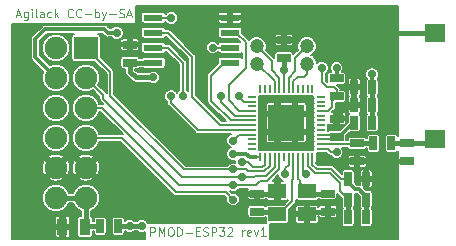
<source format=gbr>
G04 #@! TF.GenerationSoftware,KiCad,Pcbnew,5.0.2*
G04 #@! TF.CreationDate,2020-07-22T00:18:21+02:00*
G04 #@! TF.ProjectId,pmod-wifi-esp32,706d6f64-2d77-4696-9669-2d6573703332,1*
G04 #@! TF.SameCoordinates,Original*
G04 #@! TF.FileFunction,Copper,L1,Top*
G04 #@! TF.FilePolarity,Positive*
%FSLAX46Y46*%
G04 Gerber Fmt 4.6, Leading zero omitted, Abs format (unit mm)*
G04 Created by KiCad (PCBNEW 5.0.2) date mer. 22 juil. 2020 00:18:21 CEST*
%MOMM*%
%LPD*%
G01*
G04 APERTURE LIST*
G04 #@! TA.AperFunction,NonConductor*
%ADD10C,0.101600*%
G04 #@! TD*
G04 #@! TA.AperFunction,SMDPad,CuDef*
%ADD11R,0.250000X0.750000*%
G04 #@! TD*
G04 #@! TA.AperFunction,SMDPad,CuDef*
%ADD12R,0.750000X0.250000*%
G04 #@! TD*
G04 #@! TA.AperFunction,SMDPad,CuDef*
%ADD13R,1.500000X1.500000*%
G04 #@! TD*
G04 #@! TA.AperFunction,ComponentPad*
%ADD14R,2.000000X1.900000*%
G04 #@! TD*
G04 #@! TA.AperFunction,ComponentPad*
%ADD15C,1.900000*%
G04 #@! TD*
G04 #@! TA.AperFunction,SMDPad,CuDef*
%ADD16R,1.800000X1.500000*%
G04 #@! TD*
G04 #@! TA.AperFunction,SMDPad,CuDef*
%ADD17R,1.143000X0.635000*%
G04 #@! TD*
G04 #@! TA.AperFunction,SMDPad,CuDef*
%ADD18R,0.635000X1.143000*%
G04 #@! TD*
G04 #@! TA.AperFunction,SMDPad,CuDef*
%ADD19R,1.500000X1.200000*%
G04 #@! TD*
G04 #@! TA.AperFunction,SMDPad,CuDef*
%ADD20R,1.600000X0.550000*%
G04 #@! TD*
G04 #@! TA.AperFunction,SMDPad,CuDef*
%ADD21R,0.889000X1.397000*%
G04 #@! TD*
G04 #@! TA.AperFunction,BGAPad,CuDef*
%ADD22C,1.198880*%
G04 #@! TD*
G04 #@! TA.AperFunction,ViaPad*
%ADD23C,0.711200*%
G04 #@! TD*
G04 #@! TA.AperFunction,Conductor*
%ADD24C,0.406400*%
G04 #@! TD*
G04 #@! TA.AperFunction,Conductor*
%ADD25C,0.304800*%
G04 #@! TD*
G04 #@! TA.AperFunction,Conductor*
%ADD26C,0.203200*%
G04 #@! TD*
G04 #@! TA.AperFunction,Conductor*
%ADD27C,0.152400*%
G04 #@! TD*
G04 APERTURE END LIST*
D10*
X141485373Y-114571733D02*
X141485373Y-113860533D01*
X141756306Y-113860533D01*
X141824040Y-113894400D01*
X141857906Y-113928266D01*
X141891773Y-113996000D01*
X141891773Y-114097600D01*
X141857906Y-114165333D01*
X141824040Y-114199200D01*
X141756306Y-114233066D01*
X141485373Y-114233066D01*
X142196573Y-114571733D02*
X142196573Y-113860533D01*
X142433640Y-114368533D01*
X142670706Y-113860533D01*
X142670706Y-114571733D01*
X143144840Y-113860533D02*
X143280306Y-113860533D01*
X143348040Y-113894400D01*
X143415773Y-113962133D01*
X143449640Y-114097600D01*
X143449640Y-114334666D01*
X143415773Y-114470133D01*
X143348040Y-114537866D01*
X143280306Y-114571733D01*
X143144840Y-114571733D01*
X143077106Y-114537866D01*
X143009373Y-114470133D01*
X142975506Y-114334666D01*
X142975506Y-114097600D01*
X143009373Y-113962133D01*
X143077106Y-113894400D01*
X143144840Y-113860533D01*
X143754440Y-114571733D02*
X143754440Y-113860533D01*
X143923773Y-113860533D01*
X144025373Y-113894400D01*
X144093106Y-113962133D01*
X144126973Y-114029866D01*
X144160840Y-114165333D01*
X144160840Y-114266933D01*
X144126973Y-114402400D01*
X144093106Y-114470133D01*
X144025373Y-114537866D01*
X143923773Y-114571733D01*
X143754440Y-114571733D01*
X144465640Y-114300800D02*
X145007506Y-114300800D01*
X145346173Y-114199200D02*
X145583240Y-114199200D01*
X145684840Y-114571733D02*
X145346173Y-114571733D01*
X145346173Y-113860533D01*
X145684840Y-113860533D01*
X145955773Y-114537866D02*
X146057373Y-114571733D01*
X146226706Y-114571733D01*
X146294440Y-114537866D01*
X146328306Y-114504000D01*
X146362173Y-114436266D01*
X146362173Y-114368533D01*
X146328306Y-114300800D01*
X146294440Y-114266933D01*
X146226706Y-114233066D01*
X146091240Y-114199200D01*
X146023506Y-114165333D01*
X145989640Y-114131466D01*
X145955773Y-114063733D01*
X145955773Y-113996000D01*
X145989640Y-113928266D01*
X146023506Y-113894400D01*
X146091240Y-113860533D01*
X146260573Y-113860533D01*
X146362173Y-113894400D01*
X146666973Y-114571733D02*
X146666973Y-113860533D01*
X146937906Y-113860533D01*
X147005640Y-113894400D01*
X147039506Y-113928266D01*
X147073373Y-113996000D01*
X147073373Y-114097600D01*
X147039506Y-114165333D01*
X147005640Y-114199200D01*
X146937906Y-114233066D01*
X146666973Y-114233066D01*
X147310440Y-113860533D02*
X147750706Y-113860533D01*
X147513640Y-114131466D01*
X147615240Y-114131466D01*
X147682973Y-114165333D01*
X147716840Y-114199200D01*
X147750706Y-114266933D01*
X147750706Y-114436266D01*
X147716840Y-114504000D01*
X147682973Y-114537866D01*
X147615240Y-114571733D01*
X147412040Y-114571733D01*
X147344306Y-114537866D01*
X147310440Y-114504000D01*
X148021640Y-113928266D02*
X148055506Y-113894400D01*
X148123240Y-113860533D01*
X148292573Y-113860533D01*
X148360306Y-113894400D01*
X148394173Y-113928266D01*
X148428040Y-113996000D01*
X148428040Y-114063733D01*
X148394173Y-114165333D01*
X147987773Y-114571733D01*
X148428040Y-114571733D01*
X149274706Y-114571733D02*
X149274706Y-114097600D01*
X149274706Y-114233066D02*
X149308573Y-114165333D01*
X149342440Y-114131466D01*
X149410173Y-114097600D01*
X149477906Y-114097600D01*
X149985906Y-114537866D02*
X149918173Y-114571733D01*
X149782706Y-114571733D01*
X149714973Y-114537866D01*
X149681106Y-114470133D01*
X149681106Y-114199200D01*
X149714973Y-114131466D01*
X149782706Y-114097600D01*
X149918173Y-114097600D01*
X149985906Y-114131466D01*
X150019773Y-114199200D01*
X150019773Y-114266933D01*
X149681106Y-114334666D01*
X150256840Y-114097600D02*
X150426173Y-114571733D01*
X150595506Y-114097600D01*
X151238973Y-114571733D02*
X150832573Y-114571733D01*
X151035773Y-114571733D02*
X151035773Y-113860533D01*
X150968040Y-113962133D01*
X150900306Y-114029866D01*
X150832573Y-114063733D01*
X130140133Y-95868533D02*
X130478800Y-95868533D01*
X130072400Y-96071733D02*
X130309466Y-95360533D01*
X130546533Y-96071733D01*
X131088400Y-95597600D02*
X131088400Y-96173333D01*
X131054533Y-96241066D01*
X131020666Y-96274933D01*
X130952933Y-96308800D01*
X130851333Y-96308800D01*
X130783600Y-96274933D01*
X131088400Y-96037866D02*
X131020666Y-96071733D01*
X130885200Y-96071733D01*
X130817466Y-96037866D01*
X130783600Y-96004000D01*
X130749733Y-95936266D01*
X130749733Y-95733066D01*
X130783600Y-95665333D01*
X130817466Y-95631466D01*
X130885200Y-95597600D01*
X131020666Y-95597600D01*
X131088400Y-95631466D01*
X131427066Y-96071733D02*
X131427066Y-95597600D01*
X131427066Y-95360533D02*
X131393200Y-95394400D01*
X131427066Y-95428266D01*
X131460933Y-95394400D01*
X131427066Y-95360533D01*
X131427066Y-95428266D01*
X131867333Y-96071733D02*
X131799600Y-96037866D01*
X131765733Y-95970133D01*
X131765733Y-95360533D01*
X132443066Y-96071733D02*
X132443066Y-95699200D01*
X132409200Y-95631466D01*
X132341466Y-95597600D01*
X132206000Y-95597600D01*
X132138266Y-95631466D01*
X132443066Y-96037866D02*
X132375333Y-96071733D01*
X132206000Y-96071733D01*
X132138266Y-96037866D01*
X132104400Y-95970133D01*
X132104400Y-95902400D01*
X132138266Y-95834666D01*
X132206000Y-95800800D01*
X132375333Y-95800800D01*
X132443066Y-95766933D01*
X133086533Y-96037866D02*
X133018800Y-96071733D01*
X132883333Y-96071733D01*
X132815600Y-96037866D01*
X132781733Y-96004000D01*
X132747866Y-95936266D01*
X132747866Y-95733066D01*
X132781733Y-95665333D01*
X132815600Y-95631466D01*
X132883333Y-95597600D01*
X133018800Y-95597600D01*
X133086533Y-95631466D01*
X133391333Y-96071733D02*
X133391333Y-95360533D01*
X133459066Y-95800800D02*
X133662266Y-96071733D01*
X133662266Y-95597600D02*
X133391333Y-95868533D01*
X134915333Y-96004000D02*
X134881466Y-96037866D01*
X134779866Y-96071733D01*
X134712133Y-96071733D01*
X134610533Y-96037866D01*
X134542800Y-95970133D01*
X134508933Y-95902400D01*
X134475066Y-95766933D01*
X134475066Y-95665333D01*
X134508933Y-95529866D01*
X134542800Y-95462133D01*
X134610533Y-95394400D01*
X134712133Y-95360533D01*
X134779866Y-95360533D01*
X134881466Y-95394400D01*
X134915333Y-95428266D01*
X135626533Y-96004000D02*
X135592666Y-96037866D01*
X135491066Y-96071733D01*
X135423333Y-96071733D01*
X135321733Y-96037866D01*
X135254000Y-95970133D01*
X135220133Y-95902400D01*
X135186266Y-95766933D01*
X135186266Y-95665333D01*
X135220133Y-95529866D01*
X135254000Y-95462133D01*
X135321733Y-95394400D01*
X135423333Y-95360533D01*
X135491066Y-95360533D01*
X135592666Y-95394400D01*
X135626533Y-95428266D01*
X135931333Y-95800800D02*
X136473200Y-95800800D01*
X136811866Y-96071733D02*
X136811866Y-95360533D01*
X136811866Y-95631466D02*
X136879600Y-95597600D01*
X137015066Y-95597600D01*
X137082800Y-95631466D01*
X137116666Y-95665333D01*
X137150533Y-95733066D01*
X137150533Y-95936266D01*
X137116666Y-96004000D01*
X137082800Y-96037866D01*
X137015066Y-96071733D01*
X136879600Y-96071733D01*
X136811866Y-96037866D01*
X137387600Y-95597600D02*
X137556933Y-96071733D01*
X137726266Y-95597600D02*
X137556933Y-96071733D01*
X137489200Y-96241066D01*
X137455333Y-96274933D01*
X137387600Y-96308800D01*
X137997200Y-95800800D02*
X138539066Y-95800800D01*
X138843866Y-96037866D02*
X138945466Y-96071733D01*
X139114800Y-96071733D01*
X139182533Y-96037866D01*
X139216400Y-96004000D01*
X139250266Y-95936266D01*
X139250266Y-95868533D01*
X139216400Y-95800800D01*
X139182533Y-95766933D01*
X139114800Y-95733066D01*
X138979333Y-95699200D01*
X138911600Y-95665333D01*
X138877733Y-95631466D01*
X138843866Y-95563733D01*
X138843866Y-95496000D01*
X138877733Y-95428266D01*
X138911600Y-95394400D01*
X138979333Y-95360533D01*
X139148666Y-95360533D01*
X139250266Y-95394400D01*
X139521200Y-95868533D02*
X139859866Y-95868533D01*
X139453466Y-96071733D02*
X139690533Y-95360533D01*
X139927600Y-96071733D01*
D11*
G04 #@! TO.P,U1,48*
G04 #@! TO.N,Net-(C2-Pad1)*
X155200000Y-107900000D03*
G04 #@! TO.P,U1,47*
G04 #@! TO.N,Net-(C3-Pad1)*
X154800000Y-107900000D03*
G04 #@! TO.P,U1,46*
G04 #@! TO.N,+3.3V*
X154400000Y-107900000D03*
G04 #@! TO.P,U1,45*
G04 #@! TO.N,Net-(C6-Pad1)*
X154000000Y-107900000D03*
G04 #@! TO.P,U1,44*
G04 #@! TO.N,Net-(C7-Pad1)*
X153600000Y-107900000D03*
G04 #@! TO.P,U1,43*
G04 #@! TO.N,+3.3V*
X153200000Y-107900000D03*
G04 #@! TO.P,U1,42*
G04 #@! TO.N,Net-(U1-Pad42)*
X152800000Y-107900000D03*
G04 #@! TO.P,U1,41*
G04 #@! TO.N,PMOD_RXD*
X152400000Y-107900000D03*
G04 #@! TO.P,U1,40*
G04 #@! TO.N,PMOD_TXD*
X152000000Y-107900000D03*
G04 #@! TO.P,U1,39*
G04 #@! TO.N,PMOD_CTS*
X151600000Y-107900000D03*
G04 #@! TO.P,U1,38*
G04 #@! TO.N,PMOD_RTS*
X151200000Y-107900000D03*
G04 #@! TO.P,U1,37*
G04 #@! TO.N,+3.3V*
X150800000Y-107900000D03*
D12*
G04 #@! TO.P,U1,36*
G04 #@! TO.N,Net-(U1-Pad36)*
X150100000Y-107200000D03*
G04 #@! TO.P,U1,35*
G04 #@! TO.N,Net-(U1-Pad35)*
X150100000Y-106800000D03*
G04 #@! TO.P,U1,34*
G04 #@! TO.N,Net-(U1-Pad34)*
X150100000Y-106400000D03*
G04 #@! TO.P,U1,33*
G04 #@! TO.N,FL_D1*
X150100000Y-106000000D03*
G04 #@! TO.P,U1,32*
G04 #@! TO.N,FL_D0*
X150100000Y-105600000D03*
G04 #@! TO.P,U1,31*
G04 #@! TO.N,FL_SCK*
X150100000Y-105200000D03*
G04 #@! TO.P,U1,30*
G04 #@! TO.N,FL_SCS*
X150100000Y-104800000D03*
G04 #@! TO.P,U1,29*
G04 #@! TO.N,FL_D3*
X150100000Y-104400000D03*
G04 #@! TO.P,U1,28*
G04 #@! TO.N,FL_D2*
X150100000Y-104000000D03*
G04 #@! TO.P,U1,27*
G04 #@! TO.N,Net-(U1-Pad27)*
X150100000Y-103600000D03*
G04 #@! TO.P,U1,26*
G04 #@! TO.N,+VMEM*
X150100000Y-103200000D03*
G04 #@! TO.P,U1,25*
G04 #@! TO.N,Net-(U1-Pad25)*
X150100000Y-102800000D03*
D11*
G04 #@! TO.P,U1,24*
G04 #@! TO.N,Net-(U1-Pad24)*
X150800000Y-102100000D03*
G04 #@! TO.P,U1,23*
G04 #@! TO.N,Net-(U1-Pad23)*
X151200000Y-102100000D03*
G04 #@! TO.P,U1,22*
G04 #@! TO.N,Net-(U1-Pad22)*
X151600000Y-102100000D03*
G04 #@! TO.P,U1,21*
G04 #@! TO.N,Net-(TP4-Pad1)*
X152000000Y-102100000D03*
G04 #@! TO.P,U1,20*
G04 #@! TO.N,Net-(TP3-Pad1)*
X152400000Y-102100000D03*
G04 #@! TO.P,U1,19*
G04 #@! TO.N,+3.3V*
X152800000Y-102100000D03*
G04 #@! TO.P,U1,18*
G04 #@! TO.N,Net-(TP2-Pad1)*
X153200000Y-102100000D03*
G04 #@! TO.P,U1,17*
G04 #@! TO.N,Net-(TP1-Pad1)*
X153600000Y-102100000D03*
G04 #@! TO.P,U1,16*
G04 #@! TO.N,Net-(U1-Pad16)*
X154000000Y-102100000D03*
G04 #@! TO.P,U1,15*
G04 #@! TO.N,Net-(U1-Pad15)*
X154400000Y-102100000D03*
G04 #@! TO.P,U1,14*
G04 #@! TO.N,Net-(U1-Pad14)*
X154800000Y-102100000D03*
G04 #@! TO.P,U1,13*
G04 #@! TO.N,Net-(U1-Pad13)*
X155200000Y-102100000D03*
D12*
G04 #@! TO.P,U1,12*
G04 #@! TO.N,Net-(U1-Pad12)*
X155900000Y-102800000D03*
G04 #@! TO.P,U1,11*
G04 #@! TO.N,Net-(U1-Pad11)*
X155900000Y-103200000D03*
G04 #@! TO.P,U1,10*
G04 #@! TO.N,Net-(U1-Pad10)*
X155900000Y-103600000D03*
G04 #@! TO.P,U1,9*
G04 #@! TO.N,PMOD_RST*
X155900000Y-104000000D03*
G04 #@! TO.P,U1,8*
G04 #@! TO.N,Net-(U1-Pad8)*
X155900000Y-104400000D03*
G04 #@! TO.P,U1,7*
G04 #@! TO.N,Net-(U1-Pad7)*
X155900000Y-104800000D03*
G04 #@! TO.P,U1,6*
G04 #@! TO.N,Net-(U1-Pad6)*
X155900000Y-105200000D03*
G04 #@! TO.P,U1,5*
G04 #@! TO.N,Net-(U1-Pad5)*
X155900000Y-105600000D03*
G04 #@! TO.P,U1,4*
G04 #@! TO.N,Net-(C8-Pad1)*
X155900000Y-106000000D03*
G04 #@! TO.P,U1,3*
X155900000Y-106400000D03*
G04 #@! TO.P,U1,2*
G04 #@! TO.N,Net-(C4-Pad1)*
X155900000Y-106800000D03*
G04 #@! TO.P,U1,1*
G04 #@! TO.N,+3.3V*
X155900000Y-107200000D03*
D13*
G04 #@! TO.P,U1,PAD*
G04 #@! TO.N,GND*
X153750000Y-105750000D03*
X152250000Y-105750000D03*
X153750000Y-104250000D03*
X152250000Y-104250000D03*
G04 #@! TD*
D14*
G04 #@! TO.P,P1,1*
G04 #@! TO.N,PMOD_CTS*
X136040000Y-98650000D03*
D15*
G04 #@! TO.P,P1,2*
G04 #@! TO.N,PMOD_TXD*
X136040000Y-101190000D03*
G04 #@! TO.P,P1,3*
G04 #@! TO.N,PMOD_RXD*
X136040000Y-103730000D03*
G04 #@! TO.P,P1,4*
G04 #@! TO.N,PMOD_RTS*
X136040000Y-106270000D03*
G04 #@! TO.P,P1,5*
G04 #@! TO.N,GND*
X136040000Y-108810000D03*
G04 #@! TO.P,P1,6*
G04 #@! TO.N,VCC*
X136040000Y-111350000D03*
G04 #@! TO.P,P1,7*
G04 #@! TO.N,PMOD_IRQ*
X133500000Y-98650000D03*
G04 #@! TO.P,P1,8*
G04 #@! TO.N,PMOD_RST*
X133500000Y-101190000D03*
G04 #@! TO.P,P1,9*
G04 #@! TO.N,Net-(P1-Pad9)*
X133500000Y-103730000D03*
G04 #@! TO.P,P1,10*
G04 #@! TO.N,Net-(P1-Pad10)*
X133500000Y-106270000D03*
G04 #@! TO.P,P1,11*
G04 #@! TO.N,GND*
X133500000Y-108810000D03*
G04 #@! TO.P,P1,12*
G04 #@! TO.N,VCC*
X133500000Y-111350000D03*
G04 #@! TD*
D16*
G04 #@! TO.P,A1,1*
G04 #@! TO.N,Net-(A1-Pad1)*
X165550000Y-106400000D03*
G04 #@! TO.P,A1,0*
G04 #@! TO.N,GND*
X165550000Y-97400000D03*
G04 #@! TD*
D17*
G04 #@! TO.P,C4,1*
G04 #@! TO.N,Net-(C4-Pad1)*
X159000000Y-106738000D03*
G04 #@! TO.P,C4,2*
G04 #@! TO.N,GND*
X159000000Y-108262000D03*
G04 #@! TD*
G04 #@! TO.P,C5,1*
G04 #@! TO.N,Net-(A1-Pad1)*
X163250000Y-106738000D03*
G04 #@! TO.P,C5,2*
G04 #@! TO.N,GND*
X163250000Y-108262000D03*
G04 #@! TD*
D18*
G04 #@! TO.P,L1,2*
G04 #@! TO.N,Net-(A1-Pad1)*
X161882000Y-106750000D03*
G04 #@! TO.P,L1,1*
G04 #@! TO.N,Net-(C4-Pad1)*
X160358000Y-106750000D03*
G04 #@! TD*
D17*
G04 #@! TO.P,C8,2*
G04 #@! TO.N,GND*
X157250000Y-104638000D03*
G04 #@! TO.P,C8,1*
G04 #@! TO.N,Net-(C8-Pad1)*
X157250000Y-106162000D03*
G04 #@! TD*
D18*
G04 #@! TO.P,C9,1*
G04 #@! TO.N,+3.3V*
X160262000Y-102000000D03*
G04 #@! TO.P,C9,2*
G04 #@! TO.N,GND*
X158738000Y-102000000D03*
G04 #@! TD*
G04 #@! TO.P,C10,2*
G04 #@! TO.N,GND*
X158738000Y-103500000D03*
G04 #@! TO.P,C10,1*
G04 #@! TO.N,+3.3V*
X160262000Y-103500000D03*
G04 #@! TD*
G04 #@! TO.P,L2,1*
G04 #@! TO.N,+3.3V*
X160262000Y-105000000D03*
G04 #@! TO.P,L2,2*
G04 #@! TO.N,Net-(C8-Pad1)*
X158738000Y-105000000D03*
G04 #@! TD*
G04 #@! TO.P,C2,2*
G04 #@! TO.N,GND*
X159762000Y-109750000D03*
G04 #@! TO.P,C2,1*
G04 #@! TO.N,Net-(C2-Pad1)*
X158238000Y-109750000D03*
G04 #@! TD*
G04 #@! TO.P,C3,1*
G04 #@! TO.N,Net-(C3-Pad1)*
X158238000Y-111500000D03*
G04 #@! TO.P,C3,2*
G04 #@! TO.N,Net-(C2-Pad1)*
X159762000Y-111500000D03*
G04 #@! TD*
D17*
G04 #@! TO.P,R2,1*
G04 #@! TO.N,PMOD_RST*
X157250000Y-102762000D03*
G04 #@! TO.P,R2,2*
G04 #@! TO.N,+3.3V*
X157250000Y-101238000D03*
G04 #@! TD*
D18*
G04 #@! TO.P,R1,1*
G04 #@! TO.N,Net-(C3-Pad1)*
X158238000Y-113000000D03*
G04 #@! TO.P,R1,2*
G04 #@! TO.N,Net-(C2-Pad1)*
X159762000Y-113000000D03*
G04 #@! TD*
D17*
G04 #@! TO.P,C6,1*
G04 #@! TO.N,Net-(C6-Pad1)*
X156500000Y-110988000D03*
G04 #@! TO.P,C6,2*
G04 #@! TO.N,GND*
X156500000Y-112512000D03*
G04 #@! TD*
G04 #@! TO.P,C7,2*
G04 #@! TO.N,GND*
X150500000Y-110988000D03*
G04 #@! TO.P,C7,1*
G04 #@! TO.N,Net-(C7-Pad1)*
X150500000Y-112512000D03*
G04 #@! TD*
D19*
G04 #@! TO.P,X1,1*
G04 #@! TO.N,Net-(C7-Pad1)*
X152250000Y-112750000D03*
G04 #@! TO.P,X1,2*
G04 #@! TO.N,GND*
X154750000Y-112750000D03*
G04 #@! TO.P,X1,3*
G04 #@! TO.N,Net-(C6-Pad1)*
X154750000Y-110750000D03*
G04 #@! TO.P,X1,4*
G04 #@! TO.N,GND*
X152250000Y-110750000D03*
G04 #@! TD*
D20*
G04 #@! TO.P,U2,8*
G04 #@! TO.N,+VMEM*
X141750000Y-99905000D03*
G04 #@! TO.P,U2,1*
G04 #@! TO.N,FL_SCS*
X148250000Y-99905000D03*
G04 #@! TO.P,U2,7*
G04 #@! TO.N,FL_D3*
X141750000Y-98635000D03*
G04 #@! TO.P,U2,6*
G04 #@! TO.N,FL_SCK*
X141750000Y-97365000D03*
G04 #@! TO.P,U2,5*
G04 #@! TO.N,FL_D0*
X141750000Y-96095000D03*
G04 #@! TO.P,U2,2*
G04 #@! TO.N,FL_D1*
X148250000Y-98635000D03*
G04 #@! TO.P,U2,3*
G04 #@! TO.N,FL_D2*
X148250000Y-97365000D03*
G04 #@! TO.P,U2,4*
G04 #@! TO.N,GND*
X148250000Y-96095000D03*
G04 #@! TD*
D21*
G04 #@! TO.P,C1,1*
G04 #@! TO.N,VCC*
X135952500Y-113800000D03*
G04 #@! TO.P,C1,2*
G04 #@! TO.N,GND*
X134047500Y-113800000D03*
G04 #@! TD*
D17*
G04 #@! TO.P,C11,2*
G04 #@! TO.N,GND*
X139750000Y-98378000D03*
G04 #@! TO.P,C11,1*
G04 #@! TO.N,+VMEM*
X139750000Y-99902000D03*
G04 #@! TD*
D18*
G04 #@! TO.P,FB1,1*
G04 #@! TO.N,VCC*
X137238000Y-113750000D03*
G04 #@! TO.P,FB1,2*
G04 #@! TO.N,+3.3V*
X138762000Y-113750000D03*
G04 #@! TD*
D22*
G04 #@! TO.P,TP1,1*
G04 #@! TO.N,Net-(TP1-Pad1)*
X154750000Y-100000000D03*
G04 #@! TD*
G04 #@! TO.P,TP2,1*
G04 #@! TO.N,Net-(TP2-Pad1)*
X154750000Y-98500000D03*
G04 #@! TD*
G04 #@! TO.P,TP3,1*
G04 #@! TO.N,Net-(TP3-Pad1)*
X150500000Y-98500000D03*
G04 #@! TD*
G04 #@! TO.P,TP4,1*
G04 #@! TO.N,Net-(TP4-Pad1)*
X150500000Y-100000000D03*
G04 #@! TD*
D17*
G04 #@! TO.P,C12,1*
G04 #@! TO.N,+3.3V*
X152800000Y-99512000D03*
G04 #@! TO.P,C12,2*
G04 #@! TO.N,GND*
X152800000Y-97988000D03*
G04 #@! TD*
D23*
G04 #@! TO.N,GND*
X152250000Y-110750000D03*
X154750000Y-112750000D03*
X156500000Y-113500000D03*
X160750000Y-109750000D03*
X160250000Y-108260000D03*
X162000000Y-108260000D03*
X149250000Y-111000000D03*
X157610000Y-103750000D03*
X158740000Y-100900000D03*
X149750000Y-96100000D03*
X132900000Y-113800000D03*
X139750000Y-97390000D03*
X152800000Y-97000000D03*
X162000000Y-97400000D03*
X152250000Y-104250000D03*
X152250000Y-105750000D03*
X153750000Y-104250000D03*
X153750000Y-105750000D03*
G04 #@! TO.N,PMOD_CTS*
X148500000Y-108950000D03*
G04 #@! TO.N,PMOD_TXD*
X149250000Y-109600000D03*
G04 #@! TO.N,PMOD_RXD*
X148500000Y-110250000D03*
G04 #@! TO.N,PMOD_RTS*
X149250000Y-108300000D03*
X148500000Y-111500000D03*
G04 #@! TO.N,PMOD_RST*
X156000000Y-100350000D03*
X138640000Y-97390000D03*
G04 #@! TO.N,+3.3V*
X154630000Y-109370000D03*
X152900000Y-109370000D03*
X148500000Y-107630000D03*
X160260000Y-100900000D03*
X157250000Y-100350000D03*
X139750000Y-113750000D03*
X140750000Y-113740000D03*
X152800000Y-100500000D03*
X157250000Y-107500000D03*
G04 #@! TO.N,+VMEM*
X149000000Y-102750000D03*
X141750000Y-101160000D03*
G04 #@! TO.N,FL_D3*
X147450000Y-102750000D03*
X144250000Y-102750000D03*
G04 #@! TO.N,FL_D0*
X143250000Y-102760000D03*
X143250000Y-96100000D03*
G04 #@! TO.N,FL_D1*
X148500000Y-106500000D03*
X146750000Y-98630000D03*
G04 #@! TD*
D24*
G04 #@! TO.N,Net-(A1-Pad1)*
X163250000Y-106738000D02*
X161894000Y-106738000D01*
X161894000Y-106738000D02*
X161882000Y-106750000D01*
X163250000Y-106738000D02*
X165212000Y-106738000D01*
X165212000Y-106738000D02*
X165550000Y-106400000D01*
G04 #@! TO.N,GND*
X156500000Y-112512000D02*
X154988000Y-112512000D01*
X154988000Y-112512000D02*
X154750000Y-112750000D01*
X156500000Y-112512000D02*
X156500000Y-113500000D01*
X149250000Y-111000000D02*
X150488000Y-111000000D01*
X150488000Y-111000000D02*
X150500000Y-110988000D01*
X150500000Y-110988000D02*
X152012000Y-110988000D01*
X152012000Y-110988000D02*
X152250000Y-110750000D01*
X159762000Y-109750000D02*
X160750000Y-109750000D01*
X159000000Y-108262000D02*
X160248000Y-108262000D01*
X160248000Y-108262000D02*
X160250000Y-108260000D01*
X163250000Y-108262000D02*
X162002000Y-108262000D01*
X162002000Y-108262000D02*
X162000000Y-108260000D01*
D25*
X157610000Y-103750000D02*
X157610000Y-104278000D01*
X157610000Y-104278000D02*
X157250000Y-104638000D01*
X157610000Y-103750000D02*
X158488000Y-103750000D01*
X158488000Y-103750000D02*
X158738000Y-103500000D01*
D24*
X158738000Y-103500000D02*
X158738000Y-102000000D01*
X158738000Y-102000000D02*
X158738000Y-100902000D01*
X158738000Y-100902000D02*
X158740000Y-100900000D01*
D25*
X148250000Y-96095000D02*
X149745000Y-96095000D01*
X149745000Y-96095000D02*
X149750000Y-96100000D01*
D24*
X134047500Y-113800000D02*
X132900000Y-113800000D01*
X139750000Y-98378000D02*
X139750000Y-97390000D01*
X152800000Y-97988000D02*
X152800000Y-97000000D01*
X165550000Y-97400000D02*
X162000000Y-97400000D01*
D26*
G04 #@! TO.N,PMOD_CTS*
X151600000Y-107900000D02*
X151600000Y-108650000D01*
X151600000Y-108650000D02*
X151130000Y-109120000D01*
X151130000Y-109120000D02*
X149740000Y-109120000D01*
X149740000Y-109120000D02*
X149570000Y-108950000D01*
X149570000Y-108950000D02*
X148500000Y-108950000D01*
X148500000Y-108950000D02*
X144350000Y-108950000D01*
X144350000Y-108950000D02*
X138110000Y-102710000D01*
X138110000Y-102710000D02*
X138110000Y-100720000D01*
X138110000Y-100720000D02*
X136040000Y-98650000D01*
G04 #@! TO.N,PMOD_TXD*
X152000000Y-107900000D02*
X152000000Y-108770000D01*
X152000000Y-108770000D02*
X151280000Y-109490000D01*
X151280000Y-109490000D02*
X150400000Y-109490000D01*
X150400000Y-109490000D02*
X150290000Y-109600000D01*
X150290000Y-109600000D02*
X149250000Y-109600000D01*
X149250000Y-109600000D02*
X144130000Y-109600000D01*
X144130000Y-109600000D02*
X137500000Y-102970000D01*
X137500000Y-102970000D02*
X137500000Y-102650000D01*
X137500000Y-102650000D02*
X136040000Y-101190000D01*
G04 #@! TO.N,PMOD_RXD*
X152400000Y-107900000D02*
X152400000Y-108890000D01*
X152400000Y-108890000D02*
X151400000Y-109890000D01*
X151400000Y-109890000D02*
X150780000Y-109890000D01*
X150780000Y-109890000D02*
X150420000Y-110250000D01*
X150420000Y-110250000D02*
X148500000Y-110250000D01*
X136040000Y-103730000D02*
X137400000Y-103730000D01*
X137400000Y-103730000D02*
X143920000Y-110250000D01*
X143920000Y-110250000D02*
X148500000Y-110250000D01*
G04 #@! TO.N,PMOD_RTS*
X151200000Y-107900000D02*
X151200000Y-108530000D01*
X151200000Y-108530000D02*
X150980000Y-108750000D01*
X150980000Y-108750000D02*
X150170000Y-108750000D01*
X150170000Y-108750000D02*
X149720000Y-108300000D01*
X149720000Y-108300000D02*
X149250000Y-108300000D01*
X148500000Y-111500000D02*
X147860000Y-110860000D01*
X147860000Y-110860000D02*
X143660000Y-110860000D01*
X143660000Y-110860000D02*
X139070000Y-106270000D01*
X139070000Y-106270000D02*
X136040000Y-106270000D01*
D24*
G04 #@! TO.N,VCC*
X133500000Y-111350000D02*
X136040000Y-111350000D01*
X136040000Y-111350000D02*
X136040000Y-113712500D01*
X136040000Y-113712500D02*
X135952500Y-113800000D01*
X137238000Y-113750000D02*
X136002500Y-113750000D01*
X136002500Y-113750000D02*
X135952500Y-113800000D01*
D26*
G04 #@! TO.N,PMOD_RST*
X155900000Y-104000000D02*
X156530000Y-104000000D01*
X156530000Y-104000000D02*
X156860000Y-103670000D01*
X156860000Y-103670000D02*
X156860000Y-103152000D01*
X156860000Y-103152000D02*
X157250000Y-102762000D01*
X157250000Y-102762000D02*
X157250000Y-102190000D01*
X157250000Y-102190000D02*
X157060000Y-102000000D01*
X157060000Y-102000000D02*
X156440000Y-102000000D01*
X156440000Y-102000000D02*
X156000000Y-101560000D01*
X156000000Y-101560000D02*
X156000000Y-100350000D01*
D25*
X133500000Y-101190000D02*
X131750000Y-99440000D01*
X131750000Y-99440000D02*
X131750000Y-97920000D01*
X138640000Y-97390000D02*
X137900000Y-97390000D01*
X137900000Y-97390000D02*
X137600000Y-97090000D01*
X137600000Y-97090000D02*
X132580000Y-97090000D01*
X132580000Y-97090000D02*
X131750000Y-97920000D01*
D26*
G04 #@! TO.N,+3.3V*
X153200000Y-107900000D02*
X153200000Y-108530000D01*
X153200000Y-108530000D02*
X152900000Y-108830000D01*
X154400000Y-107900000D02*
X154400000Y-109140000D01*
X154400000Y-109140000D02*
X154630000Y-109370000D01*
X152900000Y-108830000D02*
X152900000Y-109370000D01*
X150800000Y-107900000D02*
X150420000Y-107900000D01*
D25*
X150420000Y-107900000D02*
X149890000Y-107900000D01*
X149890000Y-107900000D02*
X149620000Y-107630000D01*
X149620000Y-107630000D02*
X148500000Y-107630000D01*
D24*
X160262000Y-103500000D02*
X160262000Y-102000000D01*
X160262000Y-105000000D02*
X160262000Y-103500000D01*
D25*
X160262000Y-102000000D02*
X160262000Y-100902000D01*
X160262000Y-100902000D02*
X160260000Y-100900000D01*
X157250000Y-101238000D02*
X157250000Y-100350000D01*
D24*
X138762000Y-113750000D02*
X139750000Y-113750000D01*
X139750000Y-113750000D02*
X140740000Y-113750000D01*
X140740000Y-113750000D02*
X140750000Y-113740000D01*
D26*
X152800000Y-102100000D02*
X152800000Y-100500000D01*
D24*
X152800000Y-100500000D02*
X152800000Y-99512000D01*
D26*
X155900000Y-107200000D02*
X156500000Y-107200000D01*
X156500000Y-107200000D02*
X156800000Y-107500000D01*
X156800000Y-107500000D02*
X157250000Y-107500000D01*
D24*
G04 #@! TO.N,Net-(C4-Pad1)*
X159000000Y-106738000D02*
X160346000Y-106738000D01*
X160346000Y-106738000D02*
X160358000Y-106750000D01*
D26*
X155900000Y-106800000D02*
X158938000Y-106800000D01*
X158938000Y-106800000D02*
X159000000Y-106738000D01*
G04 #@! TO.N,Net-(C8-Pad1)*
X155900000Y-106400000D02*
X157012000Y-106400000D01*
X157012000Y-106400000D02*
X157250000Y-106162000D01*
X155900000Y-106000000D02*
X157088000Y-106000000D01*
X157088000Y-106000000D02*
X157250000Y-106162000D01*
D25*
X158738000Y-105000000D02*
X158660000Y-105000000D01*
X158660000Y-105000000D02*
X157498000Y-106162000D01*
X157498000Y-106162000D02*
X157250000Y-106162000D01*
D26*
G04 #@! TO.N,Net-(TP1-Pad1)*
X153600000Y-102100000D02*
X153600000Y-101500000D01*
X154750000Y-100000000D02*
X154750000Y-100860000D01*
X154750000Y-100860000D02*
X154530000Y-101080000D01*
X154530000Y-101080000D02*
X154020000Y-101080000D01*
X154020000Y-101080000D02*
X153600000Y-101500000D01*
G04 #@! TO.N,Net-(TP2-Pad1)*
X153200000Y-102100000D02*
X153200000Y-101190000D01*
X153200000Y-101190000D02*
X153750000Y-100640000D01*
X153750000Y-100640000D02*
X153750000Y-99500000D01*
X153750000Y-99500000D02*
X154750000Y-98500000D01*
G04 #@! TO.N,Net-(TP3-Pad1)*
X151780000Y-99780000D02*
X150500000Y-98500000D01*
X152400000Y-102100000D02*
X152400000Y-101190000D01*
X152400000Y-101190000D02*
X151780000Y-100570000D01*
X151780000Y-100570000D02*
X151780000Y-99780000D01*
G04 #@! TO.N,Net-(TP4-Pad1)*
X152000000Y-102100000D02*
X152000000Y-101500000D01*
X152000000Y-101500000D02*
X150500000Y-100000000D01*
G04 #@! TO.N,+VMEM*
X150100000Y-103200000D02*
X149450000Y-103200000D01*
X149450000Y-103200000D02*
X149000000Y-102750000D01*
D24*
X141750000Y-99905000D02*
X139753000Y-99905000D01*
X139753000Y-99905000D02*
X139750000Y-99902000D01*
X141750000Y-101160000D02*
X140240000Y-101160000D01*
X140240000Y-101160000D02*
X139750000Y-100670000D01*
X139750000Y-100670000D02*
X139750000Y-99902000D01*
D26*
G04 #@! TO.N,FL_D2*
X150100000Y-104000000D02*
X149020000Y-104000000D01*
X149020000Y-104000000D02*
X148130000Y-103110000D01*
X148130000Y-103110000D02*
X148130000Y-101810000D01*
X148130000Y-101810000D02*
X149560000Y-100380000D01*
X149560000Y-100380000D02*
X149560000Y-98150000D01*
X149560000Y-98150000D02*
X148775000Y-97365000D01*
X148775000Y-97365000D02*
X148250000Y-97365000D01*
G04 #@! TO.N,FL_D3*
X150100000Y-104400000D02*
X148640000Y-104400000D01*
X148640000Y-104400000D02*
X147450000Y-103210000D01*
X147450000Y-103210000D02*
X147450000Y-102750000D01*
X144250000Y-102750000D02*
X144250000Y-99920000D01*
X144250000Y-99920000D02*
X142965000Y-98635000D01*
X142965000Y-98635000D02*
X141750000Y-98635000D01*
G04 #@! TO.N,FL_SCS*
X150100000Y-104800000D02*
X148300000Y-104800000D01*
X148300000Y-104800000D02*
X146620000Y-103120000D01*
X146620000Y-103120000D02*
X146620000Y-101010000D01*
X146620000Y-101010000D02*
X147725000Y-99905000D01*
X147725000Y-99905000D02*
X148250000Y-99905000D01*
G04 #@! TO.N,FL_SCK*
X141750000Y-97365000D02*
X142955000Y-97365000D01*
X142955000Y-97365000D02*
X145000000Y-99410000D01*
X145000000Y-99410000D02*
X145000000Y-102810000D01*
X145000000Y-102810000D02*
X147390000Y-105200000D01*
X147390000Y-105200000D02*
X150100000Y-105200000D01*
G04 #@! TO.N,FL_D0*
X150100000Y-105600000D02*
X145520000Y-105600000D01*
X145520000Y-105600000D02*
X143250000Y-103330000D01*
X143250000Y-103330000D02*
X143250000Y-102760000D01*
X143250000Y-96100000D02*
X141755000Y-96100000D01*
X141755000Y-96100000D02*
X141750000Y-96095000D01*
G04 #@! TO.N,FL_D1*
X150100000Y-106000000D02*
X149000000Y-106000000D01*
X149000000Y-106000000D02*
X148500000Y-106500000D01*
X146750000Y-98630000D02*
X148245000Y-98630000D01*
X148245000Y-98630000D02*
X148250000Y-98635000D01*
G04 #@! TO.N,Net-(C7-Pad1)*
X153600000Y-107900000D02*
X153600000Y-109780000D01*
X153600000Y-109780000D02*
X153500000Y-109880000D01*
X153500000Y-109880000D02*
X153500000Y-111650000D01*
X153500000Y-111650000D02*
X152400000Y-112750000D01*
X152400000Y-112750000D02*
X152250000Y-112750000D01*
D24*
X150500000Y-112512000D02*
X152012000Y-112512000D01*
X152012000Y-112512000D02*
X152250000Y-112750000D01*
D26*
G04 #@! TO.N,Net-(C6-Pad1)*
X154000000Y-109740000D02*
X154120000Y-109860000D01*
X154120000Y-109860000D02*
X154120000Y-110120000D01*
X154120000Y-110120000D02*
X154750000Y-110750000D01*
X154000000Y-107900000D02*
X154000000Y-109740000D01*
D24*
X156500000Y-110988000D02*
X154988000Y-110988000D01*
X154988000Y-110988000D02*
X154750000Y-110750000D01*
D26*
G04 #@! TO.N,Net-(C3-Pad1)*
X154800000Y-107900000D02*
X154800000Y-108650000D01*
X154800000Y-108650000D02*
X155420000Y-109270000D01*
X155420000Y-109270000D02*
X156660000Y-109270000D01*
X156660000Y-109270000D02*
X157510000Y-110120000D01*
X157510000Y-110120000D02*
X157510000Y-110772000D01*
X157510000Y-110772000D02*
X158238000Y-111500000D01*
D24*
X158238000Y-111500000D02*
X158238000Y-113000000D01*
D26*
G04 #@! TO.N,Net-(C2-Pad1)*
X155200000Y-107900000D02*
X155200000Y-108530000D01*
X155200000Y-108530000D02*
X155570000Y-108900000D01*
X155570000Y-108900000D02*
X156810000Y-108900000D01*
X156810000Y-108900000D02*
X157660000Y-109750000D01*
X157660000Y-109750000D02*
X158238000Y-109750000D01*
D24*
X159762000Y-113000000D02*
X159762000Y-111500000D01*
D25*
X158238000Y-109750000D02*
X158238000Y-110008000D01*
X158238000Y-110008000D02*
X158850000Y-110620000D01*
X158850000Y-110620000D02*
X159130000Y-110620000D01*
X159130000Y-110620000D02*
X159762000Y-111252000D01*
X159762000Y-111252000D02*
X159762000Y-111500000D01*
G04 #@! TD*
D27*
G04 #@! TO.N,GND*
G36*
X162423800Y-106134370D02*
X162414836Y-106089305D01*
X162364311Y-106013689D01*
X162288695Y-105963164D01*
X162199500Y-105945422D01*
X161564500Y-105945422D01*
X161475305Y-105963164D01*
X161399689Y-106013689D01*
X161349164Y-106089305D01*
X161331422Y-106178500D01*
X161331422Y-107321500D01*
X161349164Y-107410695D01*
X161399689Y-107486311D01*
X161475305Y-107536836D01*
X161564500Y-107554578D01*
X162199500Y-107554578D01*
X162288695Y-107536836D01*
X162364311Y-107486311D01*
X162414836Y-107410695D01*
X162423800Y-107365630D01*
X162423800Y-114856400D01*
X151638600Y-114856400D01*
X151638600Y-113583078D01*
X153000000Y-113583078D01*
X153089195Y-113565336D01*
X153164811Y-113514811D01*
X153215336Y-113439195D01*
X153233078Y-113350000D01*
X153233078Y-112984950D01*
X153771400Y-112984950D01*
X153771400Y-113395472D01*
X153806203Y-113479492D01*
X153870509Y-113543798D01*
X153954529Y-113578600D01*
X154515050Y-113578600D01*
X154572200Y-113521450D01*
X154572200Y-112927800D01*
X153828550Y-112927800D01*
X153771400Y-112984950D01*
X153233078Y-112984950D01*
X153233078Y-112383896D01*
X153512446Y-112104528D01*
X153771400Y-112104528D01*
X153771400Y-112515050D01*
X153828550Y-112572200D01*
X154572200Y-112572200D01*
X154572200Y-111978550D01*
X154927800Y-111978550D01*
X154927800Y-112572200D01*
X154947800Y-112572200D01*
X154947800Y-112927800D01*
X154927800Y-112927800D01*
X154927800Y-113521450D01*
X154984950Y-113578600D01*
X155545471Y-113578600D01*
X155629491Y-113543798D01*
X155693797Y-113479492D01*
X155728600Y-113395472D01*
X155728600Y-112984950D01*
X155671452Y-112927802D01*
X155721783Y-112927802D01*
X155734702Y-112958991D01*
X155799008Y-113023297D01*
X155883028Y-113058100D01*
X156265050Y-113058100D01*
X156322200Y-113000950D01*
X156322200Y-112670750D01*
X156677800Y-112670750D01*
X156677800Y-113000950D01*
X156734950Y-113058100D01*
X157116972Y-113058100D01*
X157200992Y-113023297D01*
X157265298Y-112958991D01*
X157300100Y-112874971D01*
X157300100Y-112727900D01*
X157242950Y-112670750D01*
X156677800Y-112670750D01*
X156322200Y-112670750D01*
X156302200Y-112670750D01*
X156302200Y-112353250D01*
X156322200Y-112353250D01*
X156322200Y-112023050D01*
X156677800Y-112023050D01*
X156677800Y-112353250D01*
X157242950Y-112353250D01*
X157300100Y-112296100D01*
X157300100Y-112149029D01*
X157265298Y-112065009D01*
X157200992Y-112000703D01*
X157116972Y-111965900D01*
X156734950Y-111965900D01*
X156677800Y-112023050D01*
X156322200Y-112023050D01*
X156265050Y-111965900D01*
X155883028Y-111965900D01*
X155799008Y-112000703D01*
X155734702Y-112065009D01*
X155723466Y-112092134D01*
X155693797Y-112020508D01*
X155629491Y-111956202D01*
X155545471Y-111921400D01*
X154984950Y-111921400D01*
X154927800Y-111978550D01*
X154572200Y-111978550D01*
X154515050Y-111921400D01*
X153954529Y-111921400D01*
X153870509Y-111956202D01*
X153806203Y-112020508D01*
X153771400Y-112104528D01*
X153512446Y-112104528D01*
X153710491Y-111906483D01*
X153738061Y-111888061D01*
X153789525Y-111811041D01*
X153811042Y-111778838D01*
X153836669Y-111650000D01*
X153830200Y-111617478D01*
X153830200Y-111507344D01*
X153835189Y-111514811D01*
X153910805Y-111565336D01*
X154000000Y-111583078D01*
X155500000Y-111583078D01*
X155589195Y-111565336D01*
X155664811Y-111514811D01*
X155715336Y-111439195D01*
X155719194Y-111419800D01*
X155729939Y-111419800D01*
X155763689Y-111470311D01*
X155839305Y-111520836D01*
X155928500Y-111538578D01*
X157071500Y-111538578D01*
X157160695Y-111520836D01*
X157236311Y-111470311D01*
X157286836Y-111394695D01*
X157304578Y-111305500D01*
X157304578Y-111033551D01*
X157687422Y-111416395D01*
X157687422Y-112071500D01*
X157705164Y-112160695D01*
X157755689Y-112236311D01*
X157776176Y-112250000D01*
X157755689Y-112263689D01*
X157705164Y-112339305D01*
X157687422Y-112428500D01*
X157687422Y-113571500D01*
X157705164Y-113660695D01*
X157755689Y-113736311D01*
X157831305Y-113786836D01*
X157920500Y-113804578D01*
X158555500Y-113804578D01*
X158644695Y-113786836D01*
X158720311Y-113736311D01*
X158770836Y-113660695D01*
X158788578Y-113571500D01*
X158788578Y-112428500D01*
X158770836Y-112339305D01*
X158720311Y-112263689D01*
X158699824Y-112250000D01*
X158720311Y-112236311D01*
X158770836Y-112160695D01*
X158788578Y-112071500D01*
X158788578Y-110996246D01*
X158850000Y-111008464D01*
X158887524Y-111001000D01*
X158972185Y-111001000D01*
X159211422Y-111240238D01*
X159211422Y-112071500D01*
X159229164Y-112160695D01*
X159279689Y-112236311D01*
X159300176Y-112250000D01*
X159279689Y-112263689D01*
X159229164Y-112339305D01*
X159211422Y-112428500D01*
X159211422Y-113571500D01*
X159229164Y-113660695D01*
X159279689Y-113736311D01*
X159355305Y-113786836D01*
X159444500Y-113804578D01*
X160079500Y-113804578D01*
X160168695Y-113786836D01*
X160244311Y-113736311D01*
X160294836Y-113660695D01*
X160312578Y-113571500D01*
X160312578Y-112428500D01*
X160294836Y-112339305D01*
X160244311Y-112263689D01*
X160223824Y-112250000D01*
X160244311Y-112236311D01*
X160294836Y-112160695D01*
X160312578Y-112071500D01*
X160312578Y-110928500D01*
X160294836Y-110839305D01*
X160244311Y-110763689D01*
X160168695Y-110713164D01*
X160079500Y-110695422D01*
X159744238Y-110695422D01*
X159572508Y-110523692D01*
X159603250Y-110492950D01*
X159603250Y-109927800D01*
X159920750Y-109927800D01*
X159920750Y-110492950D01*
X159977900Y-110550100D01*
X160124971Y-110550100D01*
X160208991Y-110515298D01*
X160273297Y-110450992D01*
X160308100Y-110366972D01*
X160308100Y-109984950D01*
X160250950Y-109927800D01*
X159920750Y-109927800D01*
X159603250Y-109927800D01*
X159273050Y-109927800D01*
X159215900Y-109984950D01*
X159215900Y-110248623D01*
X159167524Y-110239000D01*
X159130000Y-110231536D01*
X159092476Y-110239000D01*
X159007815Y-110239000D01*
X158788578Y-110019763D01*
X158788578Y-109178500D01*
X158779534Y-109133028D01*
X159215900Y-109133028D01*
X159215900Y-109515050D01*
X159273050Y-109572200D01*
X159603250Y-109572200D01*
X159603250Y-109007050D01*
X159920750Y-109007050D01*
X159920750Y-109572200D01*
X160250950Y-109572200D01*
X160308100Y-109515050D01*
X160308100Y-109133028D01*
X160273297Y-109049008D01*
X160208991Y-108984702D01*
X160124971Y-108949900D01*
X159977900Y-108949900D01*
X159920750Y-109007050D01*
X159603250Y-109007050D01*
X159546100Y-108949900D01*
X159399029Y-108949900D01*
X159315009Y-108984702D01*
X159250703Y-109049008D01*
X159215900Y-109133028D01*
X158779534Y-109133028D01*
X158770836Y-109089305D01*
X158720311Y-109013689D01*
X158644695Y-108963164D01*
X158555500Y-108945422D01*
X157920500Y-108945422D01*
X157831305Y-108963164D01*
X157755689Y-109013689D01*
X157705164Y-109089305D01*
X157687422Y-109178500D01*
X157687422Y-109310449D01*
X157066484Y-108689511D01*
X157048061Y-108661939D01*
X156938838Y-108588958D01*
X156842522Y-108569800D01*
X156810000Y-108563331D01*
X156777478Y-108569800D01*
X155706774Y-108569800D01*
X155614874Y-108477900D01*
X158199900Y-108477900D01*
X158199900Y-108624971D01*
X158234702Y-108708991D01*
X158299008Y-108773297D01*
X158383028Y-108808100D01*
X158765050Y-108808100D01*
X158822200Y-108750950D01*
X158822200Y-108420750D01*
X159177800Y-108420750D01*
X159177800Y-108750950D01*
X159234950Y-108808100D01*
X159616972Y-108808100D01*
X159700992Y-108773297D01*
X159765298Y-108708991D01*
X159800100Y-108624971D01*
X159800100Y-108477900D01*
X159742950Y-108420750D01*
X159177800Y-108420750D01*
X158822200Y-108420750D01*
X158257050Y-108420750D01*
X158199900Y-108477900D01*
X155614874Y-108477900D01*
X155530200Y-108393227D01*
X155530200Y-108379365D01*
X155540336Y-108364195D01*
X155558078Y-108275000D01*
X155558078Y-107558078D01*
X156275000Y-107558078D01*
X156364195Y-107540336D01*
X156369691Y-107536664D01*
X156543517Y-107710491D01*
X156561939Y-107738061D01*
X156589508Y-107756482D01*
X156589509Y-107756483D01*
X156671162Y-107811042D01*
X156753269Y-107827374D01*
X156754739Y-107830923D01*
X156919077Y-107995261D01*
X157133795Y-108084200D01*
X157366205Y-108084200D01*
X157580923Y-107995261D01*
X157677155Y-107899029D01*
X158199900Y-107899029D01*
X158199900Y-108046100D01*
X158257050Y-108103250D01*
X158822200Y-108103250D01*
X158822200Y-107773050D01*
X159177800Y-107773050D01*
X159177800Y-108103250D01*
X159742950Y-108103250D01*
X159800100Y-108046100D01*
X159800100Y-107899029D01*
X159765298Y-107815009D01*
X159700992Y-107750703D01*
X159616972Y-107715900D01*
X159234950Y-107715900D01*
X159177800Y-107773050D01*
X158822200Y-107773050D01*
X158765050Y-107715900D01*
X158383028Y-107715900D01*
X158299008Y-107750703D01*
X158234702Y-107815009D01*
X158199900Y-107899029D01*
X157677155Y-107899029D01*
X157745261Y-107830923D01*
X157834200Y-107616205D01*
X157834200Y-107383795D01*
X157745261Y-107169077D01*
X157706384Y-107130200D01*
X158210281Y-107130200D01*
X158213164Y-107144695D01*
X158263689Y-107220311D01*
X158339305Y-107270836D01*
X158428500Y-107288578D01*
X159571500Y-107288578D01*
X159660695Y-107270836D01*
X159736311Y-107220311D01*
X159770061Y-107169800D01*
X159807422Y-107169800D01*
X159807422Y-107321500D01*
X159825164Y-107410695D01*
X159875689Y-107486311D01*
X159951305Y-107536836D01*
X160040500Y-107554578D01*
X160675500Y-107554578D01*
X160764695Y-107536836D01*
X160840311Y-107486311D01*
X160890836Y-107410695D01*
X160908578Y-107321500D01*
X160908578Y-106178500D01*
X160890836Y-106089305D01*
X160840311Y-106013689D01*
X160764695Y-105963164D01*
X160675500Y-105945422D01*
X160040500Y-105945422D01*
X159951305Y-105963164D01*
X159875689Y-106013689D01*
X159825164Y-106089305D01*
X159807422Y-106178500D01*
X159807422Y-106306200D01*
X159770061Y-106306200D01*
X159736311Y-106255689D01*
X159660695Y-106205164D01*
X159571500Y-106187422D01*
X158428500Y-106187422D01*
X158339305Y-106205164D01*
X158263689Y-106255689D01*
X158213164Y-106331305D01*
X158195422Y-106420500D01*
X158195422Y-106469800D01*
X158054578Y-106469800D01*
X158054578Y-106144237D01*
X158398595Y-105800221D01*
X158420500Y-105804578D01*
X159055500Y-105804578D01*
X159144695Y-105786836D01*
X159220311Y-105736311D01*
X159270836Y-105660695D01*
X159288578Y-105571500D01*
X159288578Y-104428500D01*
X159270836Y-104339305D01*
X159220311Y-104263689D01*
X159200103Y-104250186D01*
X159249297Y-104200992D01*
X159284100Y-104116972D01*
X159284100Y-103734950D01*
X159226950Y-103677800D01*
X158896750Y-103677800D01*
X158896750Y-103697800D01*
X158579250Y-103697800D01*
X158579250Y-103677800D01*
X158249050Y-103677800D01*
X158191900Y-103734950D01*
X158191900Y-104116972D01*
X158226703Y-104200992D01*
X158275897Y-104250186D01*
X158255689Y-104263689D01*
X158205164Y-104339305D01*
X158187422Y-104428500D01*
X158187422Y-104933762D01*
X157509763Y-105611422D01*
X156678500Y-105611422D01*
X156589305Y-105629164D01*
X156528489Y-105669800D01*
X156508078Y-105669800D01*
X156508078Y-105475000D01*
X156493160Y-105400000D01*
X156508078Y-105325000D01*
X156508078Y-105108367D01*
X156549008Y-105149297D01*
X156633028Y-105184100D01*
X157015050Y-105184100D01*
X157072200Y-105126950D01*
X157072200Y-104796750D01*
X157427800Y-104796750D01*
X157427800Y-105126950D01*
X157484950Y-105184100D01*
X157866972Y-105184100D01*
X157950992Y-105149297D01*
X158015298Y-105084991D01*
X158050100Y-105000971D01*
X158050100Y-104853900D01*
X157992950Y-104796750D01*
X157427800Y-104796750D01*
X157072200Y-104796750D01*
X157052200Y-104796750D01*
X157052200Y-104479250D01*
X157072200Y-104479250D01*
X157072200Y-104149050D01*
X157427800Y-104149050D01*
X157427800Y-104479250D01*
X157992950Y-104479250D01*
X158050100Y-104422100D01*
X158050100Y-104275029D01*
X158015298Y-104191009D01*
X157950992Y-104126703D01*
X157866972Y-104091900D01*
X157484950Y-104091900D01*
X157427800Y-104149050D01*
X157072200Y-104149050D01*
X157015050Y-104091900D01*
X156905073Y-104091900D01*
X157070491Y-103926482D01*
X157098060Y-103908061D01*
X157171042Y-103798838D01*
X157190200Y-103702522D01*
X157190200Y-103702518D01*
X157196668Y-103670001D01*
X157190200Y-103637484D01*
X157190200Y-103312578D01*
X157821500Y-103312578D01*
X157910695Y-103294836D01*
X157986311Y-103244311D01*
X158036836Y-103168695D01*
X158054578Y-103079500D01*
X158054578Y-102444500D01*
X158036836Y-102355305D01*
X157986311Y-102279689D01*
X157919355Y-102234950D01*
X158191900Y-102234950D01*
X158191900Y-102616972D01*
X158226703Y-102700992D01*
X158275711Y-102750000D01*
X158226703Y-102799008D01*
X158191900Y-102883028D01*
X158191900Y-103265050D01*
X158249050Y-103322200D01*
X158579250Y-103322200D01*
X158579250Y-102757050D01*
X158572200Y-102750000D01*
X158579250Y-102742950D01*
X158579250Y-102177800D01*
X158896750Y-102177800D01*
X158896750Y-102742950D01*
X158903800Y-102750000D01*
X158896750Y-102757050D01*
X158896750Y-103322200D01*
X159226950Y-103322200D01*
X159284100Y-103265050D01*
X159284100Y-102883028D01*
X159249297Y-102799008D01*
X159200289Y-102750000D01*
X159249297Y-102700992D01*
X159284100Y-102616972D01*
X159284100Y-102234950D01*
X159226950Y-102177800D01*
X158896750Y-102177800D01*
X158579250Y-102177800D01*
X158249050Y-102177800D01*
X158191900Y-102234950D01*
X157919355Y-102234950D01*
X157910695Y-102229164D01*
X157821500Y-102211422D01*
X157582408Y-102211422D01*
X157586669Y-102190000D01*
X157561042Y-102061162D01*
X157545247Y-102037524D01*
X157488061Y-101951939D01*
X157460486Y-101933514D01*
X157316485Y-101789512D01*
X157315861Y-101788578D01*
X157821500Y-101788578D01*
X157910695Y-101770836D01*
X157986311Y-101720311D01*
X158036836Y-101644695D01*
X158054578Y-101555500D01*
X158054578Y-101383028D01*
X158191900Y-101383028D01*
X158191900Y-101765050D01*
X158249050Y-101822200D01*
X158579250Y-101822200D01*
X158579250Y-101257050D01*
X158896750Y-101257050D01*
X158896750Y-101822200D01*
X159226950Y-101822200D01*
X159284100Y-101765050D01*
X159284100Y-101383028D01*
X159249297Y-101299008D01*
X159184991Y-101234702D01*
X159100971Y-101199900D01*
X158953900Y-101199900D01*
X158896750Y-101257050D01*
X158579250Y-101257050D01*
X158522100Y-101199900D01*
X158375029Y-101199900D01*
X158291009Y-101234702D01*
X158226703Y-101299008D01*
X158191900Y-101383028D01*
X158054578Y-101383028D01*
X158054578Y-100920500D01*
X158036836Y-100831305D01*
X158005091Y-100783795D01*
X159675800Y-100783795D01*
X159675800Y-101016205D01*
X159764739Y-101230923D01*
X159790369Y-101256553D01*
X159779689Y-101263689D01*
X159729164Y-101339305D01*
X159711422Y-101428500D01*
X159711422Y-102571500D01*
X159729164Y-102660695D01*
X159779689Y-102736311D01*
X159800176Y-102750000D01*
X159779689Y-102763689D01*
X159729164Y-102839305D01*
X159711422Y-102928500D01*
X159711422Y-104071500D01*
X159729164Y-104160695D01*
X159779689Y-104236311D01*
X159800176Y-104250000D01*
X159779689Y-104263689D01*
X159729164Y-104339305D01*
X159711422Y-104428500D01*
X159711422Y-105571500D01*
X159729164Y-105660695D01*
X159779689Y-105736311D01*
X159855305Y-105786836D01*
X159944500Y-105804578D01*
X160579500Y-105804578D01*
X160668695Y-105786836D01*
X160744311Y-105736311D01*
X160794836Y-105660695D01*
X160812578Y-105571500D01*
X160812578Y-104428500D01*
X160794836Y-104339305D01*
X160744311Y-104263689D01*
X160723824Y-104250000D01*
X160744311Y-104236311D01*
X160794836Y-104160695D01*
X160812578Y-104071500D01*
X160812578Y-102928500D01*
X160794836Y-102839305D01*
X160744311Y-102763689D01*
X160723824Y-102750000D01*
X160744311Y-102736311D01*
X160794836Y-102660695D01*
X160812578Y-102571500D01*
X160812578Y-101428500D01*
X160794836Y-101339305D01*
X160744311Y-101263689D01*
X160731233Y-101254951D01*
X160755261Y-101230923D01*
X160844200Y-101016205D01*
X160844200Y-100783795D01*
X160755261Y-100569077D01*
X160590923Y-100404739D01*
X160376205Y-100315800D01*
X160143795Y-100315800D01*
X159929077Y-100404739D01*
X159764739Y-100569077D01*
X159675800Y-100783795D01*
X158005091Y-100783795D01*
X157986311Y-100755689D01*
X157910695Y-100705164D01*
X157821500Y-100687422D01*
X157738762Y-100687422D01*
X157745261Y-100680923D01*
X157834200Y-100466205D01*
X157834200Y-100233795D01*
X157745261Y-100019077D01*
X157580923Y-99854739D01*
X157366205Y-99765800D01*
X157133795Y-99765800D01*
X156919077Y-99854739D01*
X156754739Y-100019077D01*
X156665800Y-100233795D01*
X156665800Y-100466205D01*
X156754739Y-100680923D01*
X156761238Y-100687422D01*
X156678500Y-100687422D01*
X156589305Y-100705164D01*
X156513689Y-100755689D01*
X156463164Y-100831305D01*
X156445422Y-100920500D01*
X156445422Y-101538449D01*
X156330200Y-101423227D01*
X156330200Y-100845560D01*
X156330923Y-100845261D01*
X156495261Y-100680923D01*
X156584200Y-100466205D01*
X156584200Y-100233795D01*
X156495261Y-100019077D01*
X156330923Y-99854739D01*
X156116205Y-99765800D01*
X155883795Y-99765800D01*
X155669077Y-99854739D01*
X155578040Y-99945776D01*
X155578040Y-99835293D01*
X155451978Y-99530953D01*
X155219047Y-99298022D01*
X155103112Y-99250000D01*
X155219047Y-99201978D01*
X155451978Y-98969047D01*
X155578040Y-98664707D01*
X155578040Y-98335293D01*
X155451978Y-98030953D01*
X155219047Y-97798022D01*
X154914707Y-97671960D01*
X154585293Y-97671960D01*
X154280953Y-97798022D01*
X154048022Y-98030953D01*
X153921960Y-98335293D01*
X153921960Y-98664707D01*
X153979473Y-98803554D01*
X153601915Y-99181112D01*
X153586836Y-99105305D01*
X153536311Y-99029689D01*
X153460695Y-98979164D01*
X153371500Y-98961422D01*
X152228500Y-98961422D01*
X152139305Y-98979164D01*
X152063689Y-99029689D01*
X152013164Y-99105305D01*
X151995422Y-99194500D01*
X151995422Y-99526812D01*
X151990489Y-99523516D01*
X151270527Y-98803554D01*
X151328040Y-98664707D01*
X151328040Y-98335293D01*
X151273616Y-98203900D01*
X151999900Y-98203900D01*
X151999900Y-98350971D01*
X152034702Y-98434991D01*
X152099008Y-98499297D01*
X152183028Y-98534100D01*
X152565050Y-98534100D01*
X152622200Y-98476950D01*
X152622200Y-98146750D01*
X152977800Y-98146750D01*
X152977800Y-98476950D01*
X153034950Y-98534100D01*
X153416972Y-98534100D01*
X153500992Y-98499297D01*
X153565298Y-98434991D01*
X153600100Y-98350971D01*
X153600100Y-98203900D01*
X153542950Y-98146750D01*
X152977800Y-98146750D01*
X152622200Y-98146750D01*
X152057050Y-98146750D01*
X151999900Y-98203900D01*
X151273616Y-98203900D01*
X151201978Y-98030953D01*
X150969047Y-97798022D01*
X150664707Y-97671960D01*
X150335293Y-97671960D01*
X150030953Y-97798022D01*
X149845716Y-97983259D01*
X149798061Y-97911939D01*
X149770489Y-97893516D01*
X149502002Y-97625029D01*
X151999900Y-97625029D01*
X151999900Y-97772100D01*
X152057050Y-97829250D01*
X152622200Y-97829250D01*
X152622200Y-97499050D01*
X152977800Y-97499050D01*
X152977800Y-97829250D01*
X153542950Y-97829250D01*
X153600100Y-97772100D01*
X153600100Y-97625029D01*
X153565298Y-97541009D01*
X153500992Y-97476703D01*
X153416972Y-97441900D01*
X153034950Y-97441900D01*
X152977800Y-97499050D01*
X152622200Y-97499050D01*
X152565050Y-97441900D01*
X152183028Y-97441900D01*
X152099008Y-97476703D01*
X152034702Y-97541009D01*
X151999900Y-97625029D01*
X149502002Y-97625029D01*
X149283078Y-97406105D01*
X149283078Y-97090000D01*
X149265336Y-97000805D01*
X149214811Y-96925189D01*
X149139195Y-96874664D01*
X149050000Y-96856922D01*
X147450000Y-96856922D01*
X147360805Y-96874664D01*
X147285189Y-96925189D01*
X147234664Y-97000805D01*
X147216922Y-97090000D01*
X147216922Y-97640000D01*
X147234664Y-97729195D01*
X147285189Y-97804811D01*
X147360805Y-97855336D01*
X147450000Y-97873078D01*
X148816105Y-97873078D01*
X149074902Y-98131875D01*
X149050000Y-98126922D01*
X147450000Y-98126922D01*
X147360805Y-98144664D01*
X147285189Y-98195189D01*
X147234664Y-98270805D01*
X147231732Y-98285548D01*
X147080923Y-98134739D01*
X146866205Y-98045800D01*
X146633795Y-98045800D01*
X146419077Y-98134739D01*
X146254739Y-98299077D01*
X146165800Y-98513795D01*
X146165800Y-98746205D01*
X146254739Y-98960923D01*
X146419077Y-99125261D01*
X146633795Y-99214200D01*
X146866205Y-99214200D01*
X147080923Y-99125261D01*
X147230072Y-98976112D01*
X147234664Y-98999195D01*
X147285189Y-99074811D01*
X147360805Y-99125336D01*
X147450000Y-99143078D01*
X149050000Y-99143078D01*
X149139195Y-99125336D01*
X149214811Y-99074811D01*
X149229801Y-99052377D01*
X149229800Y-99487622D01*
X149214811Y-99465189D01*
X149139195Y-99414664D01*
X149050000Y-99396922D01*
X147450000Y-99396922D01*
X147360805Y-99414664D01*
X147285189Y-99465189D01*
X147234664Y-99540805D01*
X147216922Y-99630000D01*
X147216922Y-99946104D01*
X146409509Y-100753518D01*
X146381940Y-100771939D01*
X146363519Y-100799508D01*
X146363517Y-100799510D01*
X146308958Y-100881163D01*
X146283331Y-101010000D01*
X146289801Y-101042527D01*
X146289800Y-103087478D01*
X146283331Y-103120000D01*
X146308958Y-103248837D01*
X146362413Y-103328837D01*
X146381939Y-103358060D01*
X146409509Y-103376482D01*
X147902827Y-104869800D01*
X147526773Y-104869800D01*
X145330200Y-102673227D01*
X145330200Y-99442522D01*
X145336669Y-99410000D01*
X145311042Y-99281162D01*
X145256483Y-99199510D01*
X145256482Y-99199509D01*
X145238060Y-99171939D01*
X145210491Y-99153518D01*
X143211484Y-97154511D01*
X143193061Y-97126939D01*
X143083838Y-97053958D01*
X142987522Y-97034800D01*
X142955000Y-97028331D01*
X142922478Y-97034800D01*
X142772098Y-97034800D01*
X142765336Y-97000805D01*
X142714811Y-96925189D01*
X142639195Y-96874664D01*
X142550000Y-96856922D01*
X140950000Y-96856922D01*
X140860805Y-96874664D01*
X140785189Y-96925189D01*
X140734664Y-97000805D01*
X140716922Y-97090000D01*
X140716922Y-97640000D01*
X140734664Y-97729195D01*
X140785189Y-97804811D01*
X140860805Y-97855336D01*
X140950000Y-97873078D01*
X142550000Y-97873078D01*
X142639195Y-97855336D01*
X142714811Y-97804811D01*
X142765336Y-97729195D01*
X142772098Y-97695200D01*
X142818227Y-97695200D01*
X144669800Y-99546773D01*
X144669801Y-102343617D01*
X144580923Y-102254739D01*
X144580200Y-102254440D01*
X144580200Y-99952516D01*
X144586668Y-99919999D01*
X144580200Y-99887482D01*
X144580200Y-99887478D01*
X144561042Y-99791162D01*
X144488061Y-99681939D01*
X144460489Y-99663516D01*
X143221483Y-98424510D01*
X143203061Y-98396939D01*
X143093838Y-98323958D01*
X142997522Y-98304800D01*
X142965000Y-98298331D01*
X142932478Y-98304800D01*
X142772098Y-98304800D01*
X142765336Y-98270805D01*
X142714811Y-98195189D01*
X142639195Y-98144664D01*
X142550000Y-98126922D01*
X140950000Y-98126922D01*
X140860805Y-98144664D01*
X140785189Y-98195189D01*
X140734664Y-98270805D01*
X140716922Y-98360000D01*
X140716922Y-98910000D01*
X140734664Y-98999195D01*
X140785189Y-99074811D01*
X140860805Y-99125336D01*
X140950000Y-99143078D01*
X142550000Y-99143078D01*
X142639195Y-99125336D01*
X142714811Y-99074811D01*
X142765336Y-98999195D01*
X142772098Y-98965200D01*
X142828227Y-98965200D01*
X143919801Y-100056774D01*
X143919800Y-102254439D01*
X143919077Y-102254739D01*
X143754739Y-102419077D01*
X143747929Y-102435518D01*
X143745261Y-102429077D01*
X143580923Y-102264739D01*
X143366205Y-102175800D01*
X143133795Y-102175800D01*
X142919077Y-102264739D01*
X142754739Y-102429077D01*
X142665800Y-102643795D01*
X142665800Y-102876205D01*
X142754739Y-103090923D01*
X142919077Y-103255261D01*
X142919800Y-103255561D01*
X142919800Y-103297477D01*
X142913331Y-103330000D01*
X142938958Y-103458837D01*
X142986642Y-103530200D01*
X143011939Y-103568060D01*
X143039509Y-103586482D01*
X145263516Y-105810489D01*
X145281939Y-105838061D01*
X145337222Y-105875000D01*
X145391162Y-105911042D01*
X145520000Y-105936669D01*
X145552522Y-105930200D01*
X148349030Y-105930200D01*
X148169077Y-106004739D01*
X148004739Y-106169077D01*
X147915800Y-106383795D01*
X147915800Y-106616205D01*
X148004739Y-106830923D01*
X148169077Y-106995261D01*
X148337442Y-107065000D01*
X148169077Y-107134739D01*
X148004739Y-107299077D01*
X147915800Y-107513795D01*
X147915800Y-107746205D01*
X148004739Y-107960923D01*
X148169077Y-108125261D01*
X148383795Y-108214200D01*
X148616205Y-108214200D01*
X148665800Y-108193657D01*
X148665800Y-108386343D01*
X148616205Y-108365800D01*
X148383795Y-108365800D01*
X148169077Y-108454739D01*
X148004739Y-108619077D01*
X148004440Y-108619800D01*
X144486773Y-108619800D01*
X138440200Y-102573227D01*
X138440200Y-100752521D01*
X138446669Y-100719999D01*
X138421042Y-100591162D01*
X138366483Y-100509509D01*
X138366482Y-100509508D01*
X138348061Y-100481939D01*
X138320491Y-100463518D01*
X137441473Y-99584500D01*
X138945422Y-99584500D01*
X138945422Y-100219500D01*
X138963164Y-100308695D01*
X139013689Y-100384311D01*
X139089305Y-100434836D01*
X139178500Y-100452578D01*
X139318200Y-100452578D01*
X139318200Y-100627478D01*
X139309742Y-100670000D01*
X139318200Y-100712522D01*
X139318200Y-100712525D01*
X139343254Y-100838479D01*
X139438690Y-100981310D01*
X139474742Y-101005399D01*
X139904602Y-101435260D01*
X139928690Y-101471310D01*
X139964740Y-101495398D01*
X139964741Y-101495399D01*
X140071520Y-101566746D01*
X140240000Y-101600259D01*
X140282526Y-101591800D01*
X141355616Y-101591800D01*
X141419077Y-101655261D01*
X141633795Y-101744200D01*
X141866205Y-101744200D01*
X142080923Y-101655261D01*
X142245261Y-101490923D01*
X142334200Y-101276205D01*
X142334200Y-101043795D01*
X142245261Y-100829077D01*
X142080923Y-100664739D01*
X141866205Y-100575800D01*
X141633795Y-100575800D01*
X141419077Y-100664739D01*
X141355616Y-100728200D01*
X140418858Y-100728200D01*
X140181800Y-100491143D01*
X140181800Y-100452578D01*
X140321500Y-100452578D01*
X140410695Y-100434836D01*
X140486311Y-100384311D01*
X140518057Y-100336800D01*
X140779836Y-100336800D01*
X140785189Y-100344811D01*
X140860805Y-100395336D01*
X140950000Y-100413078D01*
X142550000Y-100413078D01*
X142639195Y-100395336D01*
X142714811Y-100344811D01*
X142765336Y-100269195D01*
X142783078Y-100180000D01*
X142783078Y-99630000D01*
X142765336Y-99540805D01*
X142714811Y-99465189D01*
X142639195Y-99414664D01*
X142550000Y-99396922D01*
X140950000Y-99396922D01*
X140860805Y-99414664D01*
X140785189Y-99465189D01*
X140779836Y-99473200D01*
X140522066Y-99473200D01*
X140486311Y-99419689D01*
X140410695Y-99369164D01*
X140321500Y-99351422D01*
X139178500Y-99351422D01*
X139089305Y-99369164D01*
X139013689Y-99419689D01*
X138963164Y-99495305D01*
X138945422Y-99584500D01*
X137441473Y-99584500D01*
X137273078Y-99416105D01*
X137273078Y-98593900D01*
X138949900Y-98593900D01*
X138949900Y-98740971D01*
X138984702Y-98824991D01*
X139049008Y-98889297D01*
X139133028Y-98924100D01*
X139515050Y-98924100D01*
X139572200Y-98866950D01*
X139572200Y-98536750D01*
X139927800Y-98536750D01*
X139927800Y-98866950D01*
X139984950Y-98924100D01*
X140366972Y-98924100D01*
X140450992Y-98889297D01*
X140515298Y-98824991D01*
X140550100Y-98740971D01*
X140550100Y-98593900D01*
X140492950Y-98536750D01*
X139927800Y-98536750D01*
X139572200Y-98536750D01*
X139007050Y-98536750D01*
X138949900Y-98593900D01*
X137273078Y-98593900D01*
X137273078Y-98015029D01*
X138949900Y-98015029D01*
X138949900Y-98162100D01*
X139007050Y-98219250D01*
X139572200Y-98219250D01*
X139572200Y-97889050D01*
X139927800Y-97889050D01*
X139927800Y-98219250D01*
X140492950Y-98219250D01*
X140550100Y-98162100D01*
X140550100Y-98015029D01*
X140515298Y-97931009D01*
X140450992Y-97866703D01*
X140366972Y-97831900D01*
X139984950Y-97831900D01*
X139927800Y-97889050D01*
X139572200Y-97889050D01*
X139515050Y-97831900D01*
X139133028Y-97831900D01*
X139049008Y-97866703D01*
X138984702Y-97931009D01*
X138949900Y-98015029D01*
X137273078Y-98015029D01*
X137273078Y-97700000D01*
X137255336Y-97610805D01*
X137204811Y-97535189D01*
X137129195Y-97484664D01*
X137060501Y-97471000D01*
X137442185Y-97471000D01*
X137604058Y-97632874D01*
X137625314Y-97664686D01*
X137709479Y-97720923D01*
X137751341Y-97748894D01*
X137899999Y-97778464D01*
X137937523Y-97771000D01*
X138194816Y-97771000D01*
X138309077Y-97885261D01*
X138523795Y-97974200D01*
X138756205Y-97974200D01*
X138970923Y-97885261D01*
X139135261Y-97720923D01*
X139224200Y-97506205D01*
X139224200Y-97273795D01*
X139135261Y-97059077D01*
X138970923Y-96894739D01*
X138756205Y-96805800D01*
X138523795Y-96805800D01*
X138309077Y-96894739D01*
X138194816Y-97009000D01*
X138057816Y-97009000D01*
X137895944Y-96847128D01*
X137874686Y-96815314D01*
X137748659Y-96731106D01*
X137637524Y-96709000D01*
X137600000Y-96701536D01*
X137562476Y-96709000D01*
X132617522Y-96709000D01*
X132579999Y-96701536D01*
X132542476Y-96709000D01*
X132431341Y-96731106D01*
X132305314Y-96815314D01*
X132284056Y-96847129D01*
X131507127Y-97624058D01*
X131475315Y-97645314D01*
X131454059Y-97677126D01*
X131391106Y-97771342D01*
X131361536Y-97920000D01*
X131369001Y-97957529D01*
X131369000Y-99402476D01*
X131361536Y-99440000D01*
X131381813Y-99541939D01*
X131391106Y-99588658D01*
X131475314Y-99714686D01*
X131507129Y-99735944D01*
X132440123Y-100668939D01*
X132321400Y-100955562D01*
X132321400Y-101424438D01*
X132500831Y-101857623D01*
X132832377Y-102189169D01*
X133265562Y-102368600D01*
X133734438Y-102368600D01*
X134167623Y-102189169D01*
X134499169Y-101857623D01*
X134678600Y-101424438D01*
X134678600Y-100955562D01*
X134499169Y-100522377D01*
X134167623Y-100190831D01*
X133734438Y-100011400D01*
X133265562Y-100011400D01*
X132978939Y-100130123D01*
X132131000Y-99282185D01*
X132131000Y-98415562D01*
X132321400Y-98415562D01*
X132321400Y-98884438D01*
X132500831Y-99317623D01*
X132832377Y-99649169D01*
X133265562Y-99828600D01*
X133734438Y-99828600D01*
X134167623Y-99649169D01*
X134499169Y-99317623D01*
X134678600Y-98884438D01*
X134678600Y-98415562D01*
X134499169Y-97982377D01*
X134167623Y-97650831D01*
X133734438Y-97471400D01*
X133265562Y-97471400D01*
X132832377Y-97650831D01*
X132500831Y-97982377D01*
X132321400Y-98415562D01*
X132131000Y-98415562D01*
X132131000Y-98077815D01*
X132737815Y-97471000D01*
X135019499Y-97471000D01*
X134950805Y-97484664D01*
X134875189Y-97535189D01*
X134824664Y-97610805D01*
X134806922Y-97700000D01*
X134806922Y-99600000D01*
X134824664Y-99689195D01*
X134875189Y-99764811D01*
X134950805Y-99815336D01*
X135040000Y-99833078D01*
X136756105Y-99833078D01*
X137779801Y-100856775D01*
X137779800Y-102474406D01*
X137779082Y-102473331D01*
X137738061Y-102411939D01*
X137710489Y-102393516D01*
X137078835Y-101761862D01*
X137218600Y-101424438D01*
X137218600Y-100955562D01*
X137039169Y-100522377D01*
X136707623Y-100190831D01*
X136274438Y-100011400D01*
X135805562Y-100011400D01*
X135372377Y-100190831D01*
X135040831Y-100522377D01*
X134861400Y-100955562D01*
X134861400Y-101424438D01*
X135040831Y-101857623D01*
X135372377Y-102189169D01*
X135805562Y-102368600D01*
X136274438Y-102368600D01*
X136611862Y-102228835D01*
X137169800Y-102786773D01*
X137169800Y-102937478D01*
X137163331Y-102970000D01*
X137188958Y-103098837D01*
X137220919Y-103146669D01*
X137261939Y-103208060D01*
X137289509Y-103226482D01*
X137470352Y-103407325D01*
X137432522Y-103399800D01*
X137400000Y-103393331D01*
X137367478Y-103399800D01*
X137178934Y-103399800D01*
X137039169Y-103062377D01*
X136707623Y-102730831D01*
X136274438Y-102551400D01*
X135805562Y-102551400D01*
X135372377Y-102730831D01*
X135040831Y-103062377D01*
X134861400Y-103495562D01*
X134861400Y-103964438D01*
X135040831Y-104397623D01*
X135372377Y-104729169D01*
X135805562Y-104908600D01*
X136274438Y-104908600D01*
X136707623Y-104729169D01*
X137039169Y-104397623D01*
X137178934Y-104060200D01*
X137263227Y-104060200D01*
X139152835Y-105949808D01*
X139102522Y-105939800D01*
X139070000Y-105933331D01*
X139037478Y-105939800D01*
X137178934Y-105939800D01*
X137039169Y-105602377D01*
X136707623Y-105270831D01*
X136274438Y-105091400D01*
X135805562Y-105091400D01*
X135372377Y-105270831D01*
X135040831Y-105602377D01*
X134861400Y-106035562D01*
X134861400Y-106504438D01*
X135040831Y-106937623D01*
X135372377Y-107269169D01*
X135805562Y-107448600D01*
X136274438Y-107448600D01*
X136707623Y-107269169D01*
X137039169Y-106937623D01*
X137178934Y-106600200D01*
X138933227Y-106600200D01*
X143403518Y-111070492D01*
X143421939Y-111098061D01*
X143531162Y-111171042D01*
X143627478Y-111190200D01*
X143627482Y-111190200D01*
X143659999Y-111196668D01*
X143692516Y-111190200D01*
X147723227Y-111190200D01*
X147916099Y-111383072D01*
X147915800Y-111383795D01*
X147915800Y-111616205D01*
X148004739Y-111830923D01*
X148169077Y-111995261D01*
X148383795Y-112084200D01*
X148616205Y-112084200D01*
X148830923Y-111995261D01*
X148995261Y-111830923D01*
X149084200Y-111616205D01*
X149084200Y-111383795D01*
X149009686Y-111203900D01*
X149699900Y-111203900D01*
X149699900Y-111350971D01*
X149734702Y-111434991D01*
X149799008Y-111499297D01*
X149883028Y-111534100D01*
X150265050Y-111534100D01*
X150322200Y-111476950D01*
X150322200Y-111146750D01*
X149757050Y-111146750D01*
X149699900Y-111203900D01*
X149009686Y-111203900D01*
X148995261Y-111169077D01*
X148830923Y-111004739D01*
X148616205Y-110915800D01*
X148383795Y-110915800D01*
X148383072Y-110916099D01*
X148242751Y-110775778D01*
X148383795Y-110834200D01*
X148616205Y-110834200D01*
X148830923Y-110745261D01*
X148995261Y-110580923D01*
X148995560Y-110580200D01*
X149718469Y-110580200D01*
X149699900Y-110625029D01*
X149699900Y-110772100D01*
X149757050Y-110829250D01*
X150322200Y-110829250D01*
X150322200Y-110790200D01*
X150677800Y-110790200D01*
X150677800Y-110829250D01*
X150697800Y-110829250D01*
X150697800Y-111146750D01*
X150677800Y-111146750D01*
X150677800Y-111476950D01*
X150734950Y-111534100D01*
X151116972Y-111534100D01*
X151200992Y-111499297D01*
X151265298Y-111434991D01*
X151276534Y-111407866D01*
X151306203Y-111479492D01*
X151370509Y-111543798D01*
X151454529Y-111578600D01*
X152015050Y-111578600D01*
X152072200Y-111521450D01*
X152072200Y-110927800D01*
X152052200Y-110927800D01*
X152052200Y-110572200D01*
X152072200Y-110572200D01*
X152072200Y-109978550D01*
X152015050Y-109921400D01*
X151835573Y-109921400D01*
X152315800Y-109441173D01*
X152315800Y-109486205D01*
X152404739Y-109700923D01*
X152569077Y-109865261D01*
X152704609Y-109921400D01*
X152484950Y-109921400D01*
X152427800Y-109978550D01*
X152427800Y-110572200D01*
X152447800Y-110572200D01*
X152447800Y-110927800D01*
X152427800Y-110927800D01*
X152427800Y-111521450D01*
X152484950Y-111578600D01*
X153045471Y-111578600D01*
X153129491Y-111543798D01*
X153169801Y-111503488D01*
X153169801Y-111513225D01*
X152766104Y-111916922D01*
X151500000Y-111916922D01*
X151410805Y-111934664D01*
X151335189Y-111985189D01*
X151284664Y-112060805D01*
X151280806Y-112080200D01*
X151270061Y-112080200D01*
X151236311Y-112029689D01*
X151160695Y-111979164D01*
X151071500Y-111961422D01*
X149928500Y-111961422D01*
X149839305Y-111979164D01*
X149763689Y-112029689D01*
X149713164Y-112105305D01*
X149695422Y-112194500D01*
X149695422Y-112829500D01*
X149713164Y-112918695D01*
X149763689Y-112994311D01*
X149839305Y-113044836D01*
X149928500Y-113062578D01*
X151071500Y-113062578D01*
X151160695Y-113044836D01*
X151236311Y-112994311D01*
X151266922Y-112948498D01*
X151266922Y-113350000D01*
X151284664Y-113439195D01*
X151314559Y-113483936D01*
X141276269Y-113483936D01*
X141245261Y-113409077D01*
X141080923Y-113244739D01*
X140866205Y-113155800D01*
X140633795Y-113155800D01*
X140419077Y-113244739D01*
X140345616Y-113318200D01*
X140144384Y-113318200D01*
X140080923Y-113254739D01*
X139866205Y-113165800D01*
X139633795Y-113165800D01*
X139419077Y-113254739D01*
X139355616Y-113318200D01*
X139312578Y-113318200D01*
X139312578Y-113178500D01*
X139294836Y-113089305D01*
X139244311Y-113013689D01*
X139168695Y-112963164D01*
X139079500Y-112945422D01*
X138444500Y-112945422D01*
X138355305Y-112963164D01*
X138279689Y-113013689D01*
X138229164Y-113089305D01*
X138211422Y-113178500D01*
X138211422Y-114321500D01*
X138229164Y-114410695D01*
X138279689Y-114486311D01*
X138355305Y-114536836D01*
X138444500Y-114554578D01*
X139079500Y-114554578D01*
X139168695Y-114536836D01*
X139244311Y-114486311D01*
X139294836Y-114410695D01*
X139312578Y-114321500D01*
X139312578Y-114181800D01*
X139355616Y-114181800D01*
X139419077Y-114245261D01*
X139633795Y-114334200D01*
X139866205Y-114334200D01*
X140080923Y-114245261D01*
X140144384Y-114181800D01*
X140365616Y-114181800D01*
X140419077Y-114235261D01*
X140633795Y-114324200D01*
X140866205Y-114324200D01*
X141021400Y-114259916D01*
X141021400Y-114856400D01*
X129753600Y-114856400D01*
X129753600Y-114034950D01*
X133374400Y-114034950D01*
X133374400Y-114543972D01*
X133409203Y-114627992D01*
X133473509Y-114692298D01*
X133557529Y-114727100D01*
X133812550Y-114727100D01*
X133869700Y-114669950D01*
X133869700Y-113977800D01*
X134225300Y-113977800D01*
X134225300Y-114669950D01*
X134282450Y-114727100D01*
X134537471Y-114727100D01*
X134621491Y-114692298D01*
X134685797Y-114627992D01*
X134720600Y-114543972D01*
X134720600Y-114034950D01*
X134663450Y-113977800D01*
X134225300Y-113977800D01*
X133869700Y-113977800D01*
X133431550Y-113977800D01*
X133374400Y-114034950D01*
X129753600Y-114034950D01*
X129753600Y-113056028D01*
X133374400Y-113056028D01*
X133374400Y-113565050D01*
X133431550Y-113622200D01*
X133869700Y-113622200D01*
X133869700Y-112930050D01*
X134225300Y-112930050D01*
X134225300Y-113622200D01*
X134663450Y-113622200D01*
X134720600Y-113565050D01*
X134720600Y-113056028D01*
X134685797Y-112972008D01*
X134621491Y-112907702D01*
X134537471Y-112872900D01*
X134282450Y-112872900D01*
X134225300Y-112930050D01*
X133869700Y-112930050D01*
X133812550Y-112872900D01*
X133557529Y-112872900D01*
X133473509Y-112907702D01*
X133409203Y-112972008D01*
X133374400Y-113056028D01*
X129753600Y-113056028D01*
X129753600Y-111115562D01*
X132321400Y-111115562D01*
X132321400Y-111584438D01*
X132500831Y-112017623D01*
X132832377Y-112349169D01*
X133265562Y-112528600D01*
X133734438Y-112528600D01*
X134167623Y-112349169D01*
X134499169Y-112017623D01*
X134596850Y-111781800D01*
X134943150Y-111781800D01*
X135040831Y-112017623D01*
X135372377Y-112349169D01*
X135608200Y-112446850D01*
X135608201Y-112868422D01*
X135508000Y-112868422D01*
X135418805Y-112886164D01*
X135343189Y-112936689D01*
X135292664Y-113012305D01*
X135274922Y-113101500D01*
X135274922Y-114498500D01*
X135292664Y-114587695D01*
X135343189Y-114663311D01*
X135418805Y-114713836D01*
X135508000Y-114731578D01*
X136397000Y-114731578D01*
X136486195Y-114713836D01*
X136561811Y-114663311D01*
X136612336Y-114587695D01*
X136630078Y-114498500D01*
X136630078Y-114181800D01*
X136687422Y-114181800D01*
X136687422Y-114321500D01*
X136705164Y-114410695D01*
X136755689Y-114486311D01*
X136831305Y-114536836D01*
X136920500Y-114554578D01*
X137555500Y-114554578D01*
X137644695Y-114536836D01*
X137720311Y-114486311D01*
X137770836Y-114410695D01*
X137788578Y-114321500D01*
X137788578Y-113178500D01*
X137770836Y-113089305D01*
X137720311Y-113013689D01*
X137644695Y-112963164D01*
X137555500Y-112945422D01*
X136920500Y-112945422D01*
X136831305Y-112963164D01*
X136755689Y-113013689D01*
X136705164Y-113089305D01*
X136687422Y-113178500D01*
X136687422Y-113318200D01*
X136630078Y-113318200D01*
X136630078Y-113101500D01*
X136612336Y-113012305D01*
X136561811Y-112936689D01*
X136486195Y-112886164D01*
X136471800Y-112883301D01*
X136471800Y-112446850D01*
X136707623Y-112349169D01*
X137039169Y-112017623D01*
X137218600Y-111584438D01*
X137218600Y-111115562D01*
X137039169Y-110682377D01*
X136707623Y-110350831D01*
X136274438Y-110171400D01*
X135805562Y-110171400D01*
X135372377Y-110350831D01*
X135040831Y-110682377D01*
X134943150Y-110918200D01*
X134596850Y-110918200D01*
X134499169Y-110682377D01*
X134167623Y-110350831D01*
X133734438Y-110171400D01*
X133265562Y-110171400D01*
X132832377Y-110350831D01*
X132500831Y-110682377D01*
X132321400Y-111115562D01*
X129753600Y-111115562D01*
X129753600Y-109735210D01*
X132826237Y-109735210D01*
X132945282Y-109875996D01*
X133395446Y-110007133D01*
X133861527Y-109956019D01*
X134054718Y-109875996D01*
X134173763Y-109735210D01*
X135366237Y-109735210D01*
X135485282Y-109875996D01*
X135935446Y-110007133D01*
X136401527Y-109956019D01*
X136594718Y-109875996D01*
X136713763Y-109735210D01*
X136040000Y-109061447D01*
X135366237Y-109735210D01*
X134173763Y-109735210D01*
X133500000Y-109061447D01*
X132826237Y-109735210D01*
X129753600Y-109735210D01*
X129753600Y-108705446D01*
X132302867Y-108705446D01*
X132353981Y-109171527D01*
X132434004Y-109364718D01*
X132574790Y-109483763D01*
X133248553Y-108810000D01*
X133751447Y-108810000D01*
X134425210Y-109483763D01*
X134565996Y-109364718D01*
X134697133Y-108914554D01*
X134674201Y-108705446D01*
X134842867Y-108705446D01*
X134893981Y-109171527D01*
X134974004Y-109364718D01*
X135114790Y-109483763D01*
X135788553Y-108810000D01*
X136291447Y-108810000D01*
X136965210Y-109483763D01*
X137105996Y-109364718D01*
X137237133Y-108914554D01*
X137186019Y-108448473D01*
X137105996Y-108255282D01*
X136965210Y-108136237D01*
X136291447Y-108810000D01*
X135788553Y-108810000D01*
X135114790Y-108136237D01*
X134974004Y-108255282D01*
X134842867Y-108705446D01*
X134674201Y-108705446D01*
X134646019Y-108448473D01*
X134565996Y-108255282D01*
X134425210Y-108136237D01*
X133751447Y-108810000D01*
X133248553Y-108810000D01*
X132574790Y-108136237D01*
X132434004Y-108255282D01*
X132302867Y-108705446D01*
X129753600Y-108705446D01*
X129753600Y-107884790D01*
X132826237Y-107884790D01*
X133500000Y-108558553D01*
X134173763Y-107884790D01*
X135366237Y-107884790D01*
X136040000Y-108558553D01*
X136713763Y-107884790D01*
X136594718Y-107744004D01*
X136144554Y-107612867D01*
X135678473Y-107663981D01*
X135485282Y-107744004D01*
X135366237Y-107884790D01*
X134173763Y-107884790D01*
X134054718Y-107744004D01*
X133604554Y-107612867D01*
X133138473Y-107663981D01*
X132945282Y-107744004D01*
X132826237Y-107884790D01*
X129753600Y-107884790D01*
X129753600Y-106035562D01*
X132321400Y-106035562D01*
X132321400Y-106504438D01*
X132500831Y-106937623D01*
X132832377Y-107269169D01*
X133265562Y-107448600D01*
X133734438Y-107448600D01*
X134167623Y-107269169D01*
X134499169Y-106937623D01*
X134678600Y-106504438D01*
X134678600Y-106035562D01*
X134499169Y-105602377D01*
X134167623Y-105270831D01*
X133734438Y-105091400D01*
X133265562Y-105091400D01*
X132832377Y-105270831D01*
X132500831Y-105602377D01*
X132321400Y-106035562D01*
X129753600Y-106035562D01*
X129753600Y-103495562D01*
X132321400Y-103495562D01*
X132321400Y-103964438D01*
X132500831Y-104397623D01*
X132832377Y-104729169D01*
X133265562Y-104908600D01*
X133734438Y-104908600D01*
X134167623Y-104729169D01*
X134499169Y-104397623D01*
X134678600Y-103964438D01*
X134678600Y-103495562D01*
X134499169Y-103062377D01*
X134167623Y-102730831D01*
X133734438Y-102551400D01*
X133265562Y-102551400D01*
X132832377Y-102730831D01*
X132500831Y-103062377D01*
X132321400Y-103495562D01*
X129753600Y-103495562D01*
X129753600Y-96609536D01*
X140274734Y-96609536D01*
X140274734Y-95820000D01*
X140716922Y-95820000D01*
X140716922Y-96370000D01*
X140734664Y-96459195D01*
X140785189Y-96534811D01*
X140860805Y-96585336D01*
X140950000Y-96603078D01*
X142550000Y-96603078D01*
X142639195Y-96585336D01*
X142714811Y-96534811D01*
X142765336Y-96459195D01*
X142768268Y-96444452D01*
X142919077Y-96595261D01*
X143133795Y-96684200D01*
X143366205Y-96684200D01*
X143580923Y-96595261D01*
X143745261Y-96430923D01*
X143803778Y-96289650D01*
X147221400Y-96289650D01*
X147221400Y-96415471D01*
X147256202Y-96499491D01*
X147320508Y-96563797D01*
X147404528Y-96598600D01*
X148015050Y-96598600D01*
X148072200Y-96541450D01*
X148072200Y-96232500D01*
X148427800Y-96232500D01*
X148427800Y-96541450D01*
X148484950Y-96598600D01*
X149095472Y-96598600D01*
X149179492Y-96563797D01*
X149243798Y-96499491D01*
X149278600Y-96415471D01*
X149278600Y-96289650D01*
X149221450Y-96232500D01*
X148427800Y-96232500D01*
X148072200Y-96232500D01*
X147278550Y-96232500D01*
X147221400Y-96289650D01*
X143803778Y-96289650D01*
X143834200Y-96216205D01*
X143834200Y-95983795D01*
X143747520Y-95774529D01*
X147221400Y-95774529D01*
X147221400Y-95900350D01*
X147278550Y-95957500D01*
X148072200Y-95957500D01*
X148072200Y-95648550D01*
X148427800Y-95648550D01*
X148427800Y-95957500D01*
X149221450Y-95957500D01*
X149278600Y-95900350D01*
X149278600Y-95774529D01*
X149243798Y-95690509D01*
X149179492Y-95626203D01*
X149095472Y-95591400D01*
X148484950Y-95591400D01*
X148427800Y-95648550D01*
X148072200Y-95648550D01*
X148015050Y-95591400D01*
X147404528Y-95591400D01*
X147320508Y-95626203D01*
X147256202Y-95690509D01*
X147221400Y-95774529D01*
X143747520Y-95774529D01*
X143745261Y-95769077D01*
X143580923Y-95604739D01*
X143366205Y-95515800D01*
X143133795Y-95515800D01*
X142919077Y-95604739D01*
X142769928Y-95753888D01*
X142765336Y-95730805D01*
X142714811Y-95655189D01*
X142639195Y-95604664D01*
X142550000Y-95586922D01*
X140950000Y-95586922D01*
X140860805Y-95604664D01*
X140785189Y-95655189D01*
X140734664Y-95730805D01*
X140716922Y-95820000D01*
X140274734Y-95820000D01*
X140274734Y-95143600D01*
X162423800Y-95143600D01*
X162423800Y-106134370D01*
X162423800Y-106134370D01*
G37*
X162423800Y-106134370D02*
X162414836Y-106089305D01*
X162364311Y-106013689D01*
X162288695Y-105963164D01*
X162199500Y-105945422D01*
X161564500Y-105945422D01*
X161475305Y-105963164D01*
X161399689Y-106013689D01*
X161349164Y-106089305D01*
X161331422Y-106178500D01*
X161331422Y-107321500D01*
X161349164Y-107410695D01*
X161399689Y-107486311D01*
X161475305Y-107536836D01*
X161564500Y-107554578D01*
X162199500Y-107554578D01*
X162288695Y-107536836D01*
X162364311Y-107486311D01*
X162414836Y-107410695D01*
X162423800Y-107365630D01*
X162423800Y-114856400D01*
X151638600Y-114856400D01*
X151638600Y-113583078D01*
X153000000Y-113583078D01*
X153089195Y-113565336D01*
X153164811Y-113514811D01*
X153215336Y-113439195D01*
X153233078Y-113350000D01*
X153233078Y-112984950D01*
X153771400Y-112984950D01*
X153771400Y-113395472D01*
X153806203Y-113479492D01*
X153870509Y-113543798D01*
X153954529Y-113578600D01*
X154515050Y-113578600D01*
X154572200Y-113521450D01*
X154572200Y-112927800D01*
X153828550Y-112927800D01*
X153771400Y-112984950D01*
X153233078Y-112984950D01*
X153233078Y-112383896D01*
X153512446Y-112104528D01*
X153771400Y-112104528D01*
X153771400Y-112515050D01*
X153828550Y-112572200D01*
X154572200Y-112572200D01*
X154572200Y-111978550D01*
X154927800Y-111978550D01*
X154927800Y-112572200D01*
X154947800Y-112572200D01*
X154947800Y-112927800D01*
X154927800Y-112927800D01*
X154927800Y-113521450D01*
X154984950Y-113578600D01*
X155545471Y-113578600D01*
X155629491Y-113543798D01*
X155693797Y-113479492D01*
X155728600Y-113395472D01*
X155728600Y-112984950D01*
X155671452Y-112927802D01*
X155721783Y-112927802D01*
X155734702Y-112958991D01*
X155799008Y-113023297D01*
X155883028Y-113058100D01*
X156265050Y-113058100D01*
X156322200Y-113000950D01*
X156322200Y-112670750D01*
X156677800Y-112670750D01*
X156677800Y-113000950D01*
X156734950Y-113058100D01*
X157116972Y-113058100D01*
X157200992Y-113023297D01*
X157265298Y-112958991D01*
X157300100Y-112874971D01*
X157300100Y-112727900D01*
X157242950Y-112670750D01*
X156677800Y-112670750D01*
X156322200Y-112670750D01*
X156302200Y-112670750D01*
X156302200Y-112353250D01*
X156322200Y-112353250D01*
X156322200Y-112023050D01*
X156677800Y-112023050D01*
X156677800Y-112353250D01*
X157242950Y-112353250D01*
X157300100Y-112296100D01*
X157300100Y-112149029D01*
X157265298Y-112065009D01*
X157200992Y-112000703D01*
X157116972Y-111965900D01*
X156734950Y-111965900D01*
X156677800Y-112023050D01*
X156322200Y-112023050D01*
X156265050Y-111965900D01*
X155883028Y-111965900D01*
X155799008Y-112000703D01*
X155734702Y-112065009D01*
X155723466Y-112092134D01*
X155693797Y-112020508D01*
X155629491Y-111956202D01*
X155545471Y-111921400D01*
X154984950Y-111921400D01*
X154927800Y-111978550D01*
X154572200Y-111978550D01*
X154515050Y-111921400D01*
X153954529Y-111921400D01*
X153870509Y-111956202D01*
X153806203Y-112020508D01*
X153771400Y-112104528D01*
X153512446Y-112104528D01*
X153710491Y-111906483D01*
X153738061Y-111888061D01*
X153789525Y-111811041D01*
X153811042Y-111778838D01*
X153836669Y-111650000D01*
X153830200Y-111617478D01*
X153830200Y-111507344D01*
X153835189Y-111514811D01*
X153910805Y-111565336D01*
X154000000Y-111583078D01*
X155500000Y-111583078D01*
X155589195Y-111565336D01*
X155664811Y-111514811D01*
X155715336Y-111439195D01*
X155719194Y-111419800D01*
X155729939Y-111419800D01*
X155763689Y-111470311D01*
X155839305Y-111520836D01*
X155928500Y-111538578D01*
X157071500Y-111538578D01*
X157160695Y-111520836D01*
X157236311Y-111470311D01*
X157286836Y-111394695D01*
X157304578Y-111305500D01*
X157304578Y-111033551D01*
X157687422Y-111416395D01*
X157687422Y-112071500D01*
X157705164Y-112160695D01*
X157755689Y-112236311D01*
X157776176Y-112250000D01*
X157755689Y-112263689D01*
X157705164Y-112339305D01*
X157687422Y-112428500D01*
X157687422Y-113571500D01*
X157705164Y-113660695D01*
X157755689Y-113736311D01*
X157831305Y-113786836D01*
X157920500Y-113804578D01*
X158555500Y-113804578D01*
X158644695Y-113786836D01*
X158720311Y-113736311D01*
X158770836Y-113660695D01*
X158788578Y-113571500D01*
X158788578Y-112428500D01*
X158770836Y-112339305D01*
X158720311Y-112263689D01*
X158699824Y-112250000D01*
X158720311Y-112236311D01*
X158770836Y-112160695D01*
X158788578Y-112071500D01*
X158788578Y-110996246D01*
X158850000Y-111008464D01*
X158887524Y-111001000D01*
X158972185Y-111001000D01*
X159211422Y-111240238D01*
X159211422Y-112071500D01*
X159229164Y-112160695D01*
X159279689Y-112236311D01*
X159300176Y-112250000D01*
X159279689Y-112263689D01*
X159229164Y-112339305D01*
X159211422Y-112428500D01*
X159211422Y-113571500D01*
X159229164Y-113660695D01*
X159279689Y-113736311D01*
X159355305Y-113786836D01*
X159444500Y-113804578D01*
X160079500Y-113804578D01*
X160168695Y-113786836D01*
X160244311Y-113736311D01*
X160294836Y-113660695D01*
X160312578Y-113571500D01*
X160312578Y-112428500D01*
X160294836Y-112339305D01*
X160244311Y-112263689D01*
X160223824Y-112250000D01*
X160244311Y-112236311D01*
X160294836Y-112160695D01*
X160312578Y-112071500D01*
X160312578Y-110928500D01*
X160294836Y-110839305D01*
X160244311Y-110763689D01*
X160168695Y-110713164D01*
X160079500Y-110695422D01*
X159744238Y-110695422D01*
X159572508Y-110523692D01*
X159603250Y-110492950D01*
X159603250Y-109927800D01*
X159920750Y-109927800D01*
X159920750Y-110492950D01*
X159977900Y-110550100D01*
X160124971Y-110550100D01*
X160208991Y-110515298D01*
X160273297Y-110450992D01*
X160308100Y-110366972D01*
X160308100Y-109984950D01*
X160250950Y-109927800D01*
X159920750Y-109927800D01*
X159603250Y-109927800D01*
X159273050Y-109927800D01*
X159215900Y-109984950D01*
X159215900Y-110248623D01*
X159167524Y-110239000D01*
X159130000Y-110231536D01*
X159092476Y-110239000D01*
X159007815Y-110239000D01*
X158788578Y-110019763D01*
X158788578Y-109178500D01*
X158779534Y-109133028D01*
X159215900Y-109133028D01*
X159215900Y-109515050D01*
X159273050Y-109572200D01*
X159603250Y-109572200D01*
X159603250Y-109007050D01*
X159920750Y-109007050D01*
X159920750Y-109572200D01*
X160250950Y-109572200D01*
X160308100Y-109515050D01*
X160308100Y-109133028D01*
X160273297Y-109049008D01*
X160208991Y-108984702D01*
X160124971Y-108949900D01*
X159977900Y-108949900D01*
X159920750Y-109007050D01*
X159603250Y-109007050D01*
X159546100Y-108949900D01*
X159399029Y-108949900D01*
X159315009Y-108984702D01*
X159250703Y-109049008D01*
X159215900Y-109133028D01*
X158779534Y-109133028D01*
X158770836Y-109089305D01*
X158720311Y-109013689D01*
X158644695Y-108963164D01*
X158555500Y-108945422D01*
X157920500Y-108945422D01*
X157831305Y-108963164D01*
X157755689Y-109013689D01*
X157705164Y-109089305D01*
X157687422Y-109178500D01*
X157687422Y-109310449D01*
X157066484Y-108689511D01*
X157048061Y-108661939D01*
X156938838Y-108588958D01*
X156842522Y-108569800D01*
X156810000Y-108563331D01*
X156777478Y-108569800D01*
X155706774Y-108569800D01*
X155614874Y-108477900D01*
X158199900Y-108477900D01*
X158199900Y-108624971D01*
X158234702Y-108708991D01*
X158299008Y-108773297D01*
X158383028Y-108808100D01*
X158765050Y-108808100D01*
X158822200Y-108750950D01*
X158822200Y-108420750D01*
X159177800Y-108420750D01*
X159177800Y-108750950D01*
X159234950Y-108808100D01*
X159616972Y-108808100D01*
X159700992Y-108773297D01*
X159765298Y-108708991D01*
X159800100Y-108624971D01*
X159800100Y-108477900D01*
X159742950Y-108420750D01*
X159177800Y-108420750D01*
X158822200Y-108420750D01*
X158257050Y-108420750D01*
X158199900Y-108477900D01*
X155614874Y-108477900D01*
X155530200Y-108393227D01*
X155530200Y-108379365D01*
X155540336Y-108364195D01*
X155558078Y-108275000D01*
X155558078Y-107558078D01*
X156275000Y-107558078D01*
X156364195Y-107540336D01*
X156369691Y-107536664D01*
X156543517Y-107710491D01*
X156561939Y-107738061D01*
X156589508Y-107756482D01*
X156589509Y-107756483D01*
X156671162Y-107811042D01*
X156753269Y-107827374D01*
X156754739Y-107830923D01*
X156919077Y-107995261D01*
X157133795Y-108084200D01*
X157366205Y-108084200D01*
X157580923Y-107995261D01*
X157677155Y-107899029D01*
X158199900Y-107899029D01*
X158199900Y-108046100D01*
X158257050Y-108103250D01*
X158822200Y-108103250D01*
X158822200Y-107773050D01*
X159177800Y-107773050D01*
X159177800Y-108103250D01*
X159742950Y-108103250D01*
X159800100Y-108046100D01*
X159800100Y-107899029D01*
X159765298Y-107815009D01*
X159700992Y-107750703D01*
X159616972Y-107715900D01*
X159234950Y-107715900D01*
X159177800Y-107773050D01*
X158822200Y-107773050D01*
X158765050Y-107715900D01*
X158383028Y-107715900D01*
X158299008Y-107750703D01*
X158234702Y-107815009D01*
X158199900Y-107899029D01*
X157677155Y-107899029D01*
X157745261Y-107830923D01*
X157834200Y-107616205D01*
X157834200Y-107383795D01*
X157745261Y-107169077D01*
X157706384Y-107130200D01*
X158210281Y-107130200D01*
X158213164Y-107144695D01*
X158263689Y-107220311D01*
X158339305Y-107270836D01*
X158428500Y-107288578D01*
X159571500Y-107288578D01*
X159660695Y-107270836D01*
X159736311Y-107220311D01*
X159770061Y-107169800D01*
X159807422Y-107169800D01*
X159807422Y-107321500D01*
X159825164Y-107410695D01*
X159875689Y-107486311D01*
X159951305Y-107536836D01*
X160040500Y-107554578D01*
X160675500Y-107554578D01*
X160764695Y-107536836D01*
X160840311Y-107486311D01*
X160890836Y-107410695D01*
X160908578Y-107321500D01*
X160908578Y-106178500D01*
X160890836Y-106089305D01*
X160840311Y-106013689D01*
X160764695Y-105963164D01*
X160675500Y-105945422D01*
X160040500Y-105945422D01*
X159951305Y-105963164D01*
X159875689Y-106013689D01*
X159825164Y-106089305D01*
X159807422Y-106178500D01*
X159807422Y-106306200D01*
X159770061Y-106306200D01*
X159736311Y-106255689D01*
X159660695Y-106205164D01*
X159571500Y-106187422D01*
X158428500Y-106187422D01*
X158339305Y-106205164D01*
X158263689Y-106255689D01*
X158213164Y-106331305D01*
X158195422Y-106420500D01*
X158195422Y-106469800D01*
X158054578Y-106469800D01*
X158054578Y-106144237D01*
X158398595Y-105800221D01*
X158420500Y-105804578D01*
X159055500Y-105804578D01*
X159144695Y-105786836D01*
X159220311Y-105736311D01*
X159270836Y-105660695D01*
X159288578Y-105571500D01*
X159288578Y-104428500D01*
X159270836Y-104339305D01*
X159220311Y-104263689D01*
X159200103Y-104250186D01*
X159249297Y-104200992D01*
X159284100Y-104116972D01*
X159284100Y-103734950D01*
X159226950Y-103677800D01*
X158896750Y-103677800D01*
X158896750Y-103697800D01*
X158579250Y-103697800D01*
X158579250Y-103677800D01*
X158249050Y-103677800D01*
X158191900Y-103734950D01*
X158191900Y-104116972D01*
X158226703Y-104200992D01*
X158275897Y-104250186D01*
X158255689Y-104263689D01*
X158205164Y-104339305D01*
X158187422Y-104428500D01*
X158187422Y-104933762D01*
X157509763Y-105611422D01*
X156678500Y-105611422D01*
X156589305Y-105629164D01*
X156528489Y-105669800D01*
X156508078Y-105669800D01*
X156508078Y-105475000D01*
X156493160Y-105400000D01*
X156508078Y-105325000D01*
X156508078Y-105108367D01*
X156549008Y-105149297D01*
X156633028Y-105184100D01*
X157015050Y-105184100D01*
X157072200Y-105126950D01*
X157072200Y-104796750D01*
X157427800Y-104796750D01*
X157427800Y-105126950D01*
X157484950Y-105184100D01*
X157866972Y-105184100D01*
X157950992Y-105149297D01*
X158015298Y-105084991D01*
X158050100Y-105000971D01*
X158050100Y-104853900D01*
X157992950Y-104796750D01*
X157427800Y-104796750D01*
X157072200Y-104796750D01*
X157052200Y-104796750D01*
X157052200Y-104479250D01*
X157072200Y-104479250D01*
X157072200Y-104149050D01*
X157427800Y-104149050D01*
X157427800Y-104479250D01*
X157992950Y-104479250D01*
X158050100Y-104422100D01*
X158050100Y-104275029D01*
X158015298Y-104191009D01*
X157950992Y-104126703D01*
X157866972Y-104091900D01*
X157484950Y-104091900D01*
X157427800Y-104149050D01*
X157072200Y-104149050D01*
X157015050Y-104091900D01*
X156905073Y-104091900D01*
X157070491Y-103926482D01*
X157098060Y-103908061D01*
X157171042Y-103798838D01*
X157190200Y-103702522D01*
X157190200Y-103702518D01*
X157196668Y-103670001D01*
X157190200Y-103637484D01*
X157190200Y-103312578D01*
X157821500Y-103312578D01*
X157910695Y-103294836D01*
X157986311Y-103244311D01*
X158036836Y-103168695D01*
X158054578Y-103079500D01*
X158054578Y-102444500D01*
X158036836Y-102355305D01*
X157986311Y-102279689D01*
X157919355Y-102234950D01*
X158191900Y-102234950D01*
X158191900Y-102616972D01*
X158226703Y-102700992D01*
X158275711Y-102750000D01*
X158226703Y-102799008D01*
X158191900Y-102883028D01*
X158191900Y-103265050D01*
X158249050Y-103322200D01*
X158579250Y-103322200D01*
X158579250Y-102757050D01*
X158572200Y-102750000D01*
X158579250Y-102742950D01*
X158579250Y-102177800D01*
X158896750Y-102177800D01*
X158896750Y-102742950D01*
X158903800Y-102750000D01*
X158896750Y-102757050D01*
X158896750Y-103322200D01*
X159226950Y-103322200D01*
X159284100Y-103265050D01*
X159284100Y-102883028D01*
X159249297Y-102799008D01*
X159200289Y-102750000D01*
X159249297Y-102700992D01*
X159284100Y-102616972D01*
X159284100Y-102234950D01*
X159226950Y-102177800D01*
X158896750Y-102177800D01*
X158579250Y-102177800D01*
X158249050Y-102177800D01*
X158191900Y-102234950D01*
X157919355Y-102234950D01*
X157910695Y-102229164D01*
X157821500Y-102211422D01*
X157582408Y-102211422D01*
X157586669Y-102190000D01*
X157561042Y-102061162D01*
X157545247Y-102037524D01*
X157488061Y-101951939D01*
X157460486Y-101933514D01*
X157316485Y-101789512D01*
X157315861Y-101788578D01*
X157821500Y-101788578D01*
X157910695Y-101770836D01*
X157986311Y-101720311D01*
X158036836Y-101644695D01*
X158054578Y-101555500D01*
X158054578Y-101383028D01*
X158191900Y-101383028D01*
X158191900Y-101765050D01*
X158249050Y-101822200D01*
X158579250Y-101822200D01*
X158579250Y-101257050D01*
X158896750Y-101257050D01*
X158896750Y-101822200D01*
X159226950Y-101822200D01*
X159284100Y-101765050D01*
X159284100Y-101383028D01*
X159249297Y-101299008D01*
X159184991Y-101234702D01*
X159100971Y-101199900D01*
X158953900Y-101199900D01*
X158896750Y-101257050D01*
X158579250Y-101257050D01*
X158522100Y-101199900D01*
X158375029Y-101199900D01*
X158291009Y-101234702D01*
X158226703Y-101299008D01*
X158191900Y-101383028D01*
X158054578Y-101383028D01*
X158054578Y-100920500D01*
X158036836Y-100831305D01*
X158005091Y-100783795D01*
X159675800Y-100783795D01*
X159675800Y-101016205D01*
X159764739Y-101230923D01*
X159790369Y-101256553D01*
X159779689Y-101263689D01*
X159729164Y-101339305D01*
X159711422Y-101428500D01*
X159711422Y-102571500D01*
X159729164Y-102660695D01*
X159779689Y-102736311D01*
X159800176Y-102750000D01*
X159779689Y-102763689D01*
X159729164Y-102839305D01*
X159711422Y-102928500D01*
X159711422Y-104071500D01*
X159729164Y-104160695D01*
X159779689Y-104236311D01*
X159800176Y-104250000D01*
X159779689Y-104263689D01*
X159729164Y-104339305D01*
X159711422Y-104428500D01*
X159711422Y-105571500D01*
X159729164Y-105660695D01*
X159779689Y-105736311D01*
X159855305Y-105786836D01*
X159944500Y-105804578D01*
X160579500Y-105804578D01*
X160668695Y-105786836D01*
X160744311Y-105736311D01*
X160794836Y-105660695D01*
X160812578Y-105571500D01*
X160812578Y-104428500D01*
X160794836Y-104339305D01*
X160744311Y-104263689D01*
X160723824Y-104250000D01*
X160744311Y-104236311D01*
X160794836Y-104160695D01*
X160812578Y-104071500D01*
X160812578Y-102928500D01*
X160794836Y-102839305D01*
X160744311Y-102763689D01*
X160723824Y-102750000D01*
X160744311Y-102736311D01*
X160794836Y-102660695D01*
X160812578Y-102571500D01*
X160812578Y-101428500D01*
X160794836Y-101339305D01*
X160744311Y-101263689D01*
X160731233Y-101254951D01*
X160755261Y-101230923D01*
X160844200Y-101016205D01*
X160844200Y-100783795D01*
X160755261Y-100569077D01*
X160590923Y-100404739D01*
X160376205Y-100315800D01*
X160143795Y-100315800D01*
X159929077Y-100404739D01*
X159764739Y-100569077D01*
X159675800Y-100783795D01*
X158005091Y-100783795D01*
X157986311Y-100755689D01*
X157910695Y-100705164D01*
X157821500Y-100687422D01*
X157738762Y-100687422D01*
X157745261Y-100680923D01*
X157834200Y-100466205D01*
X157834200Y-100233795D01*
X157745261Y-100019077D01*
X157580923Y-99854739D01*
X157366205Y-99765800D01*
X157133795Y-99765800D01*
X156919077Y-99854739D01*
X156754739Y-100019077D01*
X156665800Y-100233795D01*
X156665800Y-100466205D01*
X156754739Y-100680923D01*
X156761238Y-100687422D01*
X156678500Y-100687422D01*
X156589305Y-100705164D01*
X156513689Y-100755689D01*
X156463164Y-100831305D01*
X156445422Y-100920500D01*
X156445422Y-101538449D01*
X156330200Y-101423227D01*
X156330200Y-100845560D01*
X156330923Y-100845261D01*
X156495261Y-100680923D01*
X156584200Y-100466205D01*
X156584200Y-100233795D01*
X156495261Y-100019077D01*
X156330923Y-99854739D01*
X156116205Y-99765800D01*
X155883795Y-99765800D01*
X155669077Y-99854739D01*
X155578040Y-99945776D01*
X155578040Y-99835293D01*
X155451978Y-99530953D01*
X155219047Y-99298022D01*
X155103112Y-99250000D01*
X155219047Y-99201978D01*
X155451978Y-98969047D01*
X155578040Y-98664707D01*
X155578040Y-98335293D01*
X155451978Y-98030953D01*
X155219047Y-97798022D01*
X154914707Y-97671960D01*
X154585293Y-97671960D01*
X154280953Y-97798022D01*
X154048022Y-98030953D01*
X153921960Y-98335293D01*
X153921960Y-98664707D01*
X153979473Y-98803554D01*
X153601915Y-99181112D01*
X153586836Y-99105305D01*
X153536311Y-99029689D01*
X153460695Y-98979164D01*
X153371500Y-98961422D01*
X152228500Y-98961422D01*
X152139305Y-98979164D01*
X152063689Y-99029689D01*
X152013164Y-99105305D01*
X151995422Y-99194500D01*
X151995422Y-99526812D01*
X151990489Y-99523516D01*
X151270527Y-98803554D01*
X151328040Y-98664707D01*
X151328040Y-98335293D01*
X151273616Y-98203900D01*
X151999900Y-98203900D01*
X151999900Y-98350971D01*
X152034702Y-98434991D01*
X152099008Y-98499297D01*
X152183028Y-98534100D01*
X152565050Y-98534100D01*
X152622200Y-98476950D01*
X152622200Y-98146750D01*
X152977800Y-98146750D01*
X152977800Y-98476950D01*
X153034950Y-98534100D01*
X153416972Y-98534100D01*
X153500992Y-98499297D01*
X153565298Y-98434991D01*
X153600100Y-98350971D01*
X153600100Y-98203900D01*
X153542950Y-98146750D01*
X152977800Y-98146750D01*
X152622200Y-98146750D01*
X152057050Y-98146750D01*
X151999900Y-98203900D01*
X151273616Y-98203900D01*
X151201978Y-98030953D01*
X150969047Y-97798022D01*
X150664707Y-97671960D01*
X150335293Y-97671960D01*
X150030953Y-97798022D01*
X149845716Y-97983259D01*
X149798061Y-97911939D01*
X149770489Y-97893516D01*
X149502002Y-97625029D01*
X151999900Y-97625029D01*
X151999900Y-97772100D01*
X152057050Y-97829250D01*
X152622200Y-97829250D01*
X152622200Y-97499050D01*
X152977800Y-97499050D01*
X152977800Y-97829250D01*
X153542950Y-97829250D01*
X153600100Y-97772100D01*
X153600100Y-97625029D01*
X153565298Y-97541009D01*
X153500992Y-97476703D01*
X153416972Y-97441900D01*
X153034950Y-97441900D01*
X152977800Y-97499050D01*
X152622200Y-97499050D01*
X152565050Y-97441900D01*
X152183028Y-97441900D01*
X152099008Y-97476703D01*
X152034702Y-97541009D01*
X151999900Y-97625029D01*
X149502002Y-97625029D01*
X149283078Y-97406105D01*
X149283078Y-97090000D01*
X149265336Y-97000805D01*
X149214811Y-96925189D01*
X149139195Y-96874664D01*
X149050000Y-96856922D01*
X147450000Y-96856922D01*
X147360805Y-96874664D01*
X147285189Y-96925189D01*
X147234664Y-97000805D01*
X147216922Y-97090000D01*
X147216922Y-97640000D01*
X147234664Y-97729195D01*
X147285189Y-97804811D01*
X147360805Y-97855336D01*
X147450000Y-97873078D01*
X148816105Y-97873078D01*
X149074902Y-98131875D01*
X149050000Y-98126922D01*
X147450000Y-98126922D01*
X147360805Y-98144664D01*
X147285189Y-98195189D01*
X147234664Y-98270805D01*
X147231732Y-98285548D01*
X147080923Y-98134739D01*
X146866205Y-98045800D01*
X146633795Y-98045800D01*
X146419077Y-98134739D01*
X146254739Y-98299077D01*
X146165800Y-98513795D01*
X146165800Y-98746205D01*
X146254739Y-98960923D01*
X146419077Y-99125261D01*
X146633795Y-99214200D01*
X146866205Y-99214200D01*
X147080923Y-99125261D01*
X147230072Y-98976112D01*
X147234664Y-98999195D01*
X147285189Y-99074811D01*
X147360805Y-99125336D01*
X147450000Y-99143078D01*
X149050000Y-99143078D01*
X149139195Y-99125336D01*
X149214811Y-99074811D01*
X149229801Y-99052377D01*
X149229800Y-99487622D01*
X149214811Y-99465189D01*
X149139195Y-99414664D01*
X149050000Y-99396922D01*
X147450000Y-99396922D01*
X147360805Y-99414664D01*
X147285189Y-99465189D01*
X147234664Y-99540805D01*
X147216922Y-99630000D01*
X147216922Y-99946104D01*
X146409509Y-100753518D01*
X146381940Y-100771939D01*
X146363519Y-100799508D01*
X146363517Y-100799510D01*
X146308958Y-100881163D01*
X146283331Y-101010000D01*
X146289801Y-101042527D01*
X146289800Y-103087478D01*
X146283331Y-103120000D01*
X146308958Y-103248837D01*
X146362413Y-103328837D01*
X146381939Y-103358060D01*
X146409509Y-103376482D01*
X147902827Y-104869800D01*
X147526773Y-104869800D01*
X145330200Y-102673227D01*
X145330200Y-99442522D01*
X145336669Y-99410000D01*
X145311042Y-99281162D01*
X145256483Y-99199510D01*
X145256482Y-99199509D01*
X145238060Y-99171939D01*
X145210491Y-99153518D01*
X143211484Y-97154511D01*
X143193061Y-97126939D01*
X143083838Y-97053958D01*
X142987522Y-97034800D01*
X142955000Y-97028331D01*
X142922478Y-97034800D01*
X142772098Y-97034800D01*
X142765336Y-97000805D01*
X142714811Y-96925189D01*
X142639195Y-96874664D01*
X142550000Y-96856922D01*
X140950000Y-96856922D01*
X140860805Y-96874664D01*
X140785189Y-96925189D01*
X140734664Y-97000805D01*
X140716922Y-97090000D01*
X140716922Y-97640000D01*
X140734664Y-97729195D01*
X140785189Y-97804811D01*
X140860805Y-97855336D01*
X140950000Y-97873078D01*
X142550000Y-97873078D01*
X142639195Y-97855336D01*
X142714811Y-97804811D01*
X142765336Y-97729195D01*
X142772098Y-97695200D01*
X142818227Y-97695200D01*
X144669800Y-99546773D01*
X144669801Y-102343617D01*
X144580923Y-102254739D01*
X144580200Y-102254440D01*
X144580200Y-99952516D01*
X144586668Y-99919999D01*
X144580200Y-99887482D01*
X144580200Y-99887478D01*
X144561042Y-99791162D01*
X144488061Y-99681939D01*
X144460489Y-99663516D01*
X143221483Y-98424510D01*
X143203061Y-98396939D01*
X143093838Y-98323958D01*
X142997522Y-98304800D01*
X142965000Y-98298331D01*
X142932478Y-98304800D01*
X142772098Y-98304800D01*
X142765336Y-98270805D01*
X142714811Y-98195189D01*
X142639195Y-98144664D01*
X142550000Y-98126922D01*
X140950000Y-98126922D01*
X140860805Y-98144664D01*
X140785189Y-98195189D01*
X140734664Y-98270805D01*
X140716922Y-98360000D01*
X140716922Y-98910000D01*
X140734664Y-98999195D01*
X140785189Y-99074811D01*
X140860805Y-99125336D01*
X140950000Y-99143078D01*
X142550000Y-99143078D01*
X142639195Y-99125336D01*
X142714811Y-99074811D01*
X142765336Y-98999195D01*
X142772098Y-98965200D01*
X142828227Y-98965200D01*
X143919801Y-100056774D01*
X143919800Y-102254439D01*
X143919077Y-102254739D01*
X143754739Y-102419077D01*
X143747929Y-102435518D01*
X143745261Y-102429077D01*
X143580923Y-102264739D01*
X143366205Y-102175800D01*
X143133795Y-102175800D01*
X142919077Y-102264739D01*
X142754739Y-102429077D01*
X142665800Y-102643795D01*
X142665800Y-102876205D01*
X142754739Y-103090923D01*
X142919077Y-103255261D01*
X142919800Y-103255561D01*
X142919800Y-103297477D01*
X142913331Y-103330000D01*
X142938958Y-103458837D01*
X142986642Y-103530200D01*
X143011939Y-103568060D01*
X143039509Y-103586482D01*
X145263516Y-105810489D01*
X145281939Y-105838061D01*
X145337222Y-105875000D01*
X145391162Y-105911042D01*
X145520000Y-105936669D01*
X145552522Y-105930200D01*
X148349030Y-105930200D01*
X148169077Y-106004739D01*
X148004739Y-106169077D01*
X147915800Y-106383795D01*
X147915800Y-106616205D01*
X148004739Y-106830923D01*
X148169077Y-106995261D01*
X148337442Y-107065000D01*
X148169077Y-107134739D01*
X148004739Y-107299077D01*
X147915800Y-107513795D01*
X147915800Y-107746205D01*
X148004739Y-107960923D01*
X148169077Y-108125261D01*
X148383795Y-108214200D01*
X148616205Y-108214200D01*
X148665800Y-108193657D01*
X148665800Y-108386343D01*
X148616205Y-108365800D01*
X148383795Y-108365800D01*
X148169077Y-108454739D01*
X148004739Y-108619077D01*
X148004440Y-108619800D01*
X144486773Y-108619800D01*
X138440200Y-102573227D01*
X138440200Y-100752521D01*
X138446669Y-100719999D01*
X138421042Y-100591162D01*
X138366483Y-100509509D01*
X138366482Y-100509508D01*
X138348061Y-100481939D01*
X138320491Y-100463518D01*
X137441473Y-99584500D01*
X138945422Y-99584500D01*
X138945422Y-100219500D01*
X138963164Y-100308695D01*
X139013689Y-100384311D01*
X139089305Y-100434836D01*
X139178500Y-100452578D01*
X139318200Y-100452578D01*
X139318200Y-100627478D01*
X139309742Y-100670000D01*
X139318200Y-100712522D01*
X139318200Y-100712525D01*
X139343254Y-100838479D01*
X139438690Y-100981310D01*
X139474742Y-101005399D01*
X139904602Y-101435260D01*
X139928690Y-101471310D01*
X139964740Y-101495398D01*
X139964741Y-101495399D01*
X140071520Y-101566746D01*
X140240000Y-101600259D01*
X140282526Y-101591800D01*
X141355616Y-101591800D01*
X141419077Y-101655261D01*
X141633795Y-101744200D01*
X141866205Y-101744200D01*
X142080923Y-101655261D01*
X142245261Y-101490923D01*
X142334200Y-101276205D01*
X142334200Y-101043795D01*
X142245261Y-100829077D01*
X142080923Y-100664739D01*
X141866205Y-100575800D01*
X141633795Y-100575800D01*
X141419077Y-100664739D01*
X141355616Y-100728200D01*
X140418858Y-100728200D01*
X140181800Y-100491143D01*
X140181800Y-100452578D01*
X140321500Y-100452578D01*
X140410695Y-100434836D01*
X140486311Y-100384311D01*
X140518057Y-100336800D01*
X140779836Y-100336800D01*
X140785189Y-100344811D01*
X140860805Y-100395336D01*
X140950000Y-100413078D01*
X142550000Y-100413078D01*
X142639195Y-100395336D01*
X142714811Y-100344811D01*
X142765336Y-100269195D01*
X142783078Y-100180000D01*
X142783078Y-99630000D01*
X142765336Y-99540805D01*
X142714811Y-99465189D01*
X142639195Y-99414664D01*
X142550000Y-99396922D01*
X140950000Y-99396922D01*
X140860805Y-99414664D01*
X140785189Y-99465189D01*
X140779836Y-99473200D01*
X140522066Y-99473200D01*
X140486311Y-99419689D01*
X140410695Y-99369164D01*
X140321500Y-99351422D01*
X139178500Y-99351422D01*
X139089305Y-99369164D01*
X139013689Y-99419689D01*
X138963164Y-99495305D01*
X138945422Y-99584500D01*
X137441473Y-99584500D01*
X137273078Y-99416105D01*
X137273078Y-98593900D01*
X138949900Y-98593900D01*
X138949900Y-98740971D01*
X138984702Y-98824991D01*
X139049008Y-98889297D01*
X139133028Y-98924100D01*
X139515050Y-98924100D01*
X139572200Y-98866950D01*
X139572200Y-98536750D01*
X139927800Y-98536750D01*
X139927800Y-98866950D01*
X139984950Y-98924100D01*
X140366972Y-98924100D01*
X140450992Y-98889297D01*
X140515298Y-98824991D01*
X140550100Y-98740971D01*
X140550100Y-98593900D01*
X140492950Y-98536750D01*
X139927800Y-98536750D01*
X139572200Y-98536750D01*
X139007050Y-98536750D01*
X138949900Y-98593900D01*
X137273078Y-98593900D01*
X137273078Y-98015029D01*
X138949900Y-98015029D01*
X138949900Y-98162100D01*
X139007050Y-98219250D01*
X139572200Y-98219250D01*
X139572200Y-97889050D01*
X139927800Y-97889050D01*
X139927800Y-98219250D01*
X140492950Y-98219250D01*
X140550100Y-98162100D01*
X140550100Y-98015029D01*
X140515298Y-97931009D01*
X140450992Y-97866703D01*
X140366972Y-97831900D01*
X139984950Y-97831900D01*
X139927800Y-97889050D01*
X139572200Y-97889050D01*
X139515050Y-97831900D01*
X139133028Y-97831900D01*
X139049008Y-97866703D01*
X138984702Y-97931009D01*
X138949900Y-98015029D01*
X137273078Y-98015029D01*
X137273078Y-97700000D01*
X137255336Y-97610805D01*
X137204811Y-97535189D01*
X137129195Y-97484664D01*
X137060501Y-97471000D01*
X137442185Y-97471000D01*
X137604058Y-97632874D01*
X137625314Y-97664686D01*
X137709479Y-97720923D01*
X137751341Y-97748894D01*
X137899999Y-97778464D01*
X137937523Y-97771000D01*
X138194816Y-97771000D01*
X138309077Y-97885261D01*
X138523795Y-97974200D01*
X138756205Y-97974200D01*
X138970923Y-97885261D01*
X139135261Y-97720923D01*
X139224200Y-97506205D01*
X139224200Y-97273795D01*
X139135261Y-97059077D01*
X138970923Y-96894739D01*
X138756205Y-96805800D01*
X138523795Y-96805800D01*
X138309077Y-96894739D01*
X138194816Y-97009000D01*
X138057816Y-97009000D01*
X137895944Y-96847128D01*
X137874686Y-96815314D01*
X137748659Y-96731106D01*
X137637524Y-96709000D01*
X137600000Y-96701536D01*
X137562476Y-96709000D01*
X132617522Y-96709000D01*
X132579999Y-96701536D01*
X132542476Y-96709000D01*
X132431341Y-96731106D01*
X132305314Y-96815314D01*
X132284056Y-96847129D01*
X131507127Y-97624058D01*
X131475315Y-97645314D01*
X131454059Y-97677126D01*
X131391106Y-97771342D01*
X131361536Y-97920000D01*
X131369001Y-97957529D01*
X131369000Y-99402476D01*
X131361536Y-99440000D01*
X131381813Y-99541939D01*
X131391106Y-99588658D01*
X131475314Y-99714686D01*
X131507129Y-99735944D01*
X132440123Y-100668939D01*
X132321400Y-100955562D01*
X132321400Y-101424438D01*
X132500831Y-101857623D01*
X132832377Y-102189169D01*
X133265562Y-102368600D01*
X133734438Y-102368600D01*
X134167623Y-102189169D01*
X134499169Y-101857623D01*
X134678600Y-101424438D01*
X134678600Y-100955562D01*
X134499169Y-100522377D01*
X134167623Y-100190831D01*
X133734438Y-100011400D01*
X133265562Y-100011400D01*
X132978939Y-100130123D01*
X132131000Y-99282185D01*
X132131000Y-98415562D01*
X132321400Y-98415562D01*
X132321400Y-98884438D01*
X132500831Y-99317623D01*
X132832377Y-99649169D01*
X133265562Y-99828600D01*
X133734438Y-99828600D01*
X134167623Y-99649169D01*
X134499169Y-99317623D01*
X134678600Y-98884438D01*
X134678600Y-98415562D01*
X134499169Y-97982377D01*
X134167623Y-97650831D01*
X133734438Y-97471400D01*
X133265562Y-97471400D01*
X132832377Y-97650831D01*
X132500831Y-97982377D01*
X132321400Y-98415562D01*
X132131000Y-98415562D01*
X132131000Y-98077815D01*
X132737815Y-97471000D01*
X135019499Y-97471000D01*
X134950805Y-97484664D01*
X134875189Y-97535189D01*
X134824664Y-97610805D01*
X134806922Y-97700000D01*
X134806922Y-99600000D01*
X134824664Y-99689195D01*
X134875189Y-99764811D01*
X134950805Y-99815336D01*
X135040000Y-99833078D01*
X136756105Y-99833078D01*
X137779801Y-100856775D01*
X137779800Y-102474406D01*
X137779082Y-102473331D01*
X137738061Y-102411939D01*
X137710489Y-102393516D01*
X137078835Y-101761862D01*
X137218600Y-101424438D01*
X137218600Y-100955562D01*
X137039169Y-100522377D01*
X136707623Y-100190831D01*
X136274438Y-100011400D01*
X135805562Y-100011400D01*
X135372377Y-100190831D01*
X135040831Y-100522377D01*
X134861400Y-100955562D01*
X134861400Y-101424438D01*
X135040831Y-101857623D01*
X135372377Y-102189169D01*
X135805562Y-102368600D01*
X136274438Y-102368600D01*
X136611862Y-102228835D01*
X137169800Y-102786773D01*
X137169800Y-102937478D01*
X137163331Y-102970000D01*
X137188958Y-103098837D01*
X137220919Y-103146669D01*
X137261939Y-103208060D01*
X137289509Y-103226482D01*
X137470352Y-103407325D01*
X137432522Y-103399800D01*
X137400000Y-103393331D01*
X137367478Y-103399800D01*
X137178934Y-103399800D01*
X137039169Y-103062377D01*
X136707623Y-102730831D01*
X136274438Y-102551400D01*
X135805562Y-102551400D01*
X135372377Y-102730831D01*
X135040831Y-103062377D01*
X134861400Y-103495562D01*
X134861400Y-103964438D01*
X135040831Y-104397623D01*
X135372377Y-104729169D01*
X135805562Y-104908600D01*
X136274438Y-104908600D01*
X136707623Y-104729169D01*
X137039169Y-104397623D01*
X137178934Y-104060200D01*
X137263227Y-104060200D01*
X139152835Y-105949808D01*
X139102522Y-105939800D01*
X139070000Y-105933331D01*
X139037478Y-105939800D01*
X137178934Y-105939800D01*
X137039169Y-105602377D01*
X136707623Y-105270831D01*
X136274438Y-105091400D01*
X135805562Y-105091400D01*
X135372377Y-105270831D01*
X135040831Y-105602377D01*
X134861400Y-106035562D01*
X134861400Y-106504438D01*
X135040831Y-106937623D01*
X135372377Y-107269169D01*
X135805562Y-107448600D01*
X136274438Y-107448600D01*
X136707623Y-107269169D01*
X137039169Y-106937623D01*
X137178934Y-106600200D01*
X138933227Y-106600200D01*
X143403518Y-111070492D01*
X143421939Y-111098061D01*
X143531162Y-111171042D01*
X143627478Y-111190200D01*
X143627482Y-111190200D01*
X143659999Y-111196668D01*
X143692516Y-111190200D01*
X147723227Y-111190200D01*
X147916099Y-111383072D01*
X147915800Y-111383795D01*
X147915800Y-111616205D01*
X148004739Y-111830923D01*
X148169077Y-111995261D01*
X148383795Y-112084200D01*
X148616205Y-112084200D01*
X148830923Y-111995261D01*
X148995261Y-111830923D01*
X149084200Y-111616205D01*
X149084200Y-111383795D01*
X149009686Y-111203900D01*
X149699900Y-111203900D01*
X149699900Y-111350971D01*
X149734702Y-111434991D01*
X149799008Y-111499297D01*
X149883028Y-111534100D01*
X150265050Y-111534100D01*
X150322200Y-111476950D01*
X150322200Y-111146750D01*
X149757050Y-111146750D01*
X149699900Y-111203900D01*
X149009686Y-111203900D01*
X148995261Y-111169077D01*
X148830923Y-111004739D01*
X148616205Y-110915800D01*
X148383795Y-110915800D01*
X148383072Y-110916099D01*
X148242751Y-110775778D01*
X148383795Y-110834200D01*
X148616205Y-110834200D01*
X148830923Y-110745261D01*
X148995261Y-110580923D01*
X148995560Y-110580200D01*
X149718469Y-110580200D01*
X149699900Y-110625029D01*
X149699900Y-110772100D01*
X149757050Y-110829250D01*
X150322200Y-110829250D01*
X150322200Y-110790200D01*
X150677800Y-110790200D01*
X150677800Y-110829250D01*
X150697800Y-110829250D01*
X150697800Y-111146750D01*
X150677800Y-111146750D01*
X150677800Y-111476950D01*
X150734950Y-111534100D01*
X151116972Y-111534100D01*
X151200992Y-111499297D01*
X151265298Y-111434991D01*
X151276534Y-111407866D01*
X151306203Y-111479492D01*
X151370509Y-111543798D01*
X151454529Y-111578600D01*
X152015050Y-111578600D01*
X152072200Y-111521450D01*
X152072200Y-110927800D01*
X152052200Y-110927800D01*
X152052200Y-110572200D01*
X152072200Y-110572200D01*
X152072200Y-109978550D01*
X152015050Y-109921400D01*
X151835573Y-109921400D01*
X152315800Y-109441173D01*
X152315800Y-109486205D01*
X152404739Y-109700923D01*
X152569077Y-109865261D01*
X152704609Y-109921400D01*
X152484950Y-109921400D01*
X152427800Y-109978550D01*
X152427800Y-110572200D01*
X152447800Y-110572200D01*
X152447800Y-110927800D01*
X152427800Y-110927800D01*
X152427800Y-111521450D01*
X152484950Y-111578600D01*
X153045471Y-111578600D01*
X153129491Y-111543798D01*
X153169801Y-111503488D01*
X153169801Y-111513225D01*
X152766104Y-111916922D01*
X151500000Y-111916922D01*
X151410805Y-111934664D01*
X151335189Y-111985189D01*
X151284664Y-112060805D01*
X151280806Y-112080200D01*
X151270061Y-112080200D01*
X151236311Y-112029689D01*
X151160695Y-111979164D01*
X151071500Y-111961422D01*
X149928500Y-111961422D01*
X149839305Y-111979164D01*
X149763689Y-112029689D01*
X149713164Y-112105305D01*
X149695422Y-112194500D01*
X149695422Y-112829500D01*
X149713164Y-112918695D01*
X149763689Y-112994311D01*
X149839305Y-113044836D01*
X149928500Y-113062578D01*
X151071500Y-113062578D01*
X151160695Y-113044836D01*
X151236311Y-112994311D01*
X151266922Y-112948498D01*
X151266922Y-113350000D01*
X151284664Y-113439195D01*
X151314559Y-113483936D01*
X141276269Y-113483936D01*
X141245261Y-113409077D01*
X141080923Y-113244739D01*
X140866205Y-113155800D01*
X140633795Y-113155800D01*
X140419077Y-113244739D01*
X140345616Y-113318200D01*
X140144384Y-113318200D01*
X140080923Y-113254739D01*
X139866205Y-113165800D01*
X139633795Y-113165800D01*
X139419077Y-113254739D01*
X139355616Y-113318200D01*
X139312578Y-113318200D01*
X139312578Y-113178500D01*
X139294836Y-113089305D01*
X139244311Y-113013689D01*
X139168695Y-112963164D01*
X139079500Y-112945422D01*
X138444500Y-112945422D01*
X138355305Y-112963164D01*
X138279689Y-113013689D01*
X138229164Y-113089305D01*
X138211422Y-113178500D01*
X138211422Y-114321500D01*
X138229164Y-114410695D01*
X138279689Y-114486311D01*
X138355305Y-114536836D01*
X138444500Y-114554578D01*
X139079500Y-114554578D01*
X139168695Y-114536836D01*
X139244311Y-114486311D01*
X139294836Y-114410695D01*
X139312578Y-114321500D01*
X139312578Y-114181800D01*
X139355616Y-114181800D01*
X139419077Y-114245261D01*
X139633795Y-114334200D01*
X139866205Y-114334200D01*
X140080923Y-114245261D01*
X140144384Y-114181800D01*
X140365616Y-114181800D01*
X140419077Y-114235261D01*
X140633795Y-114324200D01*
X140866205Y-114324200D01*
X141021400Y-114259916D01*
X141021400Y-114856400D01*
X129753600Y-114856400D01*
X129753600Y-114034950D01*
X133374400Y-114034950D01*
X133374400Y-114543972D01*
X133409203Y-114627992D01*
X133473509Y-114692298D01*
X133557529Y-114727100D01*
X133812550Y-114727100D01*
X133869700Y-114669950D01*
X133869700Y-113977800D01*
X134225300Y-113977800D01*
X134225300Y-114669950D01*
X134282450Y-114727100D01*
X134537471Y-114727100D01*
X134621491Y-114692298D01*
X134685797Y-114627992D01*
X134720600Y-114543972D01*
X134720600Y-114034950D01*
X134663450Y-113977800D01*
X134225300Y-113977800D01*
X133869700Y-113977800D01*
X133431550Y-113977800D01*
X133374400Y-114034950D01*
X129753600Y-114034950D01*
X129753600Y-113056028D01*
X133374400Y-113056028D01*
X133374400Y-113565050D01*
X133431550Y-113622200D01*
X133869700Y-113622200D01*
X133869700Y-112930050D01*
X134225300Y-112930050D01*
X134225300Y-113622200D01*
X134663450Y-113622200D01*
X134720600Y-113565050D01*
X134720600Y-113056028D01*
X134685797Y-112972008D01*
X134621491Y-112907702D01*
X134537471Y-112872900D01*
X134282450Y-112872900D01*
X134225300Y-112930050D01*
X133869700Y-112930050D01*
X133812550Y-112872900D01*
X133557529Y-112872900D01*
X133473509Y-112907702D01*
X133409203Y-112972008D01*
X133374400Y-113056028D01*
X129753600Y-113056028D01*
X129753600Y-111115562D01*
X132321400Y-111115562D01*
X132321400Y-111584438D01*
X132500831Y-112017623D01*
X132832377Y-112349169D01*
X133265562Y-112528600D01*
X133734438Y-112528600D01*
X134167623Y-112349169D01*
X134499169Y-112017623D01*
X134596850Y-111781800D01*
X134943150Y-111781800D01*
X135040831Y-112017623D01*
X135372377Y-112349169D01*
X135608200Y-112446850D01*
X135608201Y-112868422D01*
X135508000Y-112868422D01*
X135418805Y-112886164D01*
X135343189Y-112936689D01*
X135292664Y-113012305D01*
X135274922Y-113101500D01*
X135274922Y-114498500D01*
X135292664Y-114587695D01*
X135343189Y-114663311D01*
X135418805Y-114713836D01*
X135508000Y-114731578D01*
X136397000Y-114731578D01*
X136486195Y-114713836D01*
X136561811Y-114663311D01*
X136612336Y-114587695D01*
X136630078Y-114498500D01*
X136630078Y-114181800D01*
X136687422Y-114181800D01*
X136687422Y-114321500D01*
X136705164Y-114410695D01*
X136755689Y-114486311D01*
X136831305Y-114536836D01*
X136920500Y-114554578D01*
X137555500Y-114554578D01*
X137644695Y-114536836D01*
X137720311Y-114486311D01*
X137770836Y-114410695D01*
X137788578Y-114321500D01*
X137788578Y-113178500D01*
X137770836Y-113089305D01*
X137720311Y-113013689D01*
X137644695Y-112963164D01*
X137555500Y-112945422D01*
X136920500Y-112945422D01*
X136831305Y-112963164D01*
X136755689Y-113013689D01*
X136705164Y-113089305D01*
X136687422Y-113178500D01*
X136687422Y-113318200D01*
X136630078Y-113318200D01*
X136630078Y-113101500D01*
X136612336Y-113012305D01*
X136561811Y-112936689D01*
X136486195Y-112886164D01*
X136471800Y-112883301D01*
X136471800Y-112446850D01*
X136707623Y-112349169D01*
X137039169Y-112017623D01*
X137218600Y-111584438D01*
X137218600Y-111115562D01*
X137039169Y-110682377D01*
X136707623Y-110350831D01*
X136274438Y-110171400D01*
X135805562Y-110171400D01*
X135372377Y-110350831D01*
X135040831Y-110682377D01*
X134943150Y-110918200D01*
X134596850Y-110918200D01*
X134499169Y-110682377D01*
X134167623Y-110350831D01*
X133734438Y-110171400D01*
X133265562Y-110171400D01*
X132832377Y-110350831D01*
X132500831Y-110682377D01*
X132321400Y-111115562D01*
X129753600Y-111115562D01*
X129753600Y-109735210D01*
X132826237Y-109735210D01*
X132945282Y-109875996D01*
X133395446Y-110007133D01*
X133861527Y-109956019D01*
X134054718Y-109875996D01*
X134173763Y-109735210D01*
X135366237Y-109735210D01*
X135485282Y-109875996D01*
X135935446Y-110007133D01*
X136401527Y-109956019D01*
X136594718Y-109875996D01*
X136713763Y-109735210D01*
X136040000Y-109061447D01*
X135366237Y-109735210D01*
X134173763Y-109735210D01*
X133500000Y-109061447D01*
X132826237Y-109735210D01*
X129753600Y-109735210D01*
X129753600Y-108705446D01*
X132302867Y-108705446D01*
X132353981Y-109171527D01*
X132434004Y-109364718D01*
X132574790Y-109483763D01*
X133248553Y-108810000D01*
X133751447Y-108810000D01*
X134425210Y-109483763D01*
X134565996Y-109364718D01*
X134697133Y-108914554D01*
X134674201Y-108705446D01*
X134842867Y-108705446D01*
X134893981Y-109171527D01*
X134974004Y-109364718D01*
X135114790Y-109483763D01*
X135788553Y-108810000D01*
X136291447Y-108810000D01*
X136965210Y-109483763D01*
X137105996Y-109364718D01*
X137237133Y-108914554D01*
X137186019Y-108448473D01*
X137105996Y-108255282D01*
X136965210Y-108136237D01*
X136291447Y-108810000D01*
X135788553Y-108810000D01*
X135114790Y-108136237D01*
X134974004Y-108255282D01*
X134842867Y-108705446D01*
X134674201Y-108705446D01*
X134646019Y-108448473D01*
X134565996Y-108255282D01*
X134425210Y-108136237D01*
X133751447Y-108810000D01*
X133248553Y-108810000D01*
X132574790Y-108136237D01*
X132434004Y-108255282D01*
X132302867Y-108705446D01*
X129753600Y-108705446D01*
X129753600Y-107884790D01*
X132826237Y-107884790D01*
X133500000Y-108558553D01*
X134173763Y-107884790D01*
X135366237Y-107884790D01*
X136040000Y-108558553D01*
X136713763Y-107884790D01*
X136594718Y-107744004D01*
X136144554Y-107612867D01*
X135678473Y-107663981D01*
X135485282Y-107744004D01*
X135366237Y-107884790D01*
X134173763Y-107884790D01*
X134054718Y-107744004D01*
X133604554Y-107612867D01*
X133138473Y-107663981D01*
X132945282Y-107744004D01*
X132826237Y-107884790D01*
X129753600Y-107884790D01*
X129753600Y-106035562D01*
X132321400Y-106035562D01*
X132321400Y-106504438D01*
X132500831Y-106937623D01*
X132832377Y-107269169D01*
X133265562Y-107448600D01*
X133734438Y-107448600D01*
X134167623Y-107269169D01*
X134499169Y-106937623D01*
X134678600Y-106504438D01*
X134678600Y-106035562D01*
X134499169Y-105602377D01*
X134167623Y-105270831D01*
X133734438Y-105091400D01*
X133265562Y-105091400D01*
X132832377Y-105270831D01*
X132500831Y-105602377D01*
X132321400Y-106035562D01*
X129753600Y-106035562D01*
X129753600Y-103495562D01*
X132321400Y-103495562D01*
X132321400Y-103964438D01*
X132500831Y-104397623D01*
X132832377Y-104729169D01*
X133265562Y-104908600D01*
X133734438Y-104908600D01*
X134167623Y-104729169D01*
X134499169Y-104397623D01*
X134678600Y-103964438D01*
X134678600Y-103495562D01*
X134499169Y-103062377D01*
X134167623Y-102730831D01*
X133734438Y-102551400D01*
X133265562Y-102551400D01*
X132832377Y-102730831D01*
X132500831Y-103062377D01*
X132321400Y-103495562D01*
X129753600Y-103495562D01*
X129753600Y-96609536D01*
X140274734Y-96609536D01*
X140274734Y-95820000D01*
X140716922Y-95820000D01*
X140716922Y-96370000D01*
X140734664Y-96459195D01*
X140785189Y-96534811D01*
X140860805Y-96585336D01*
X140950000Y-96603078D01*
X142550000Y-96603078D01*
X142639195Y-96585336D01*
X142714811Y-96534811D01*
X142765336Y-96459195D01*
X142768268Y-96444452D01*
X142919077Y-96595261D01*
X143133795Y-96684200D01*
X143366205Y-96684200D01*
X143580923Y-96595261D01*
X143745261Y-96430923D01*
X143803778Y-96289650D01*
X147221400Y-96289650D01*
X147221400Y-96415471D01*
X147256202Y-96499491D01*
X147320508Y-96563797D01*
X147404528Y-96598600D01*
X148015050Y-96598600D01*
X148072200Y-96541450D01*
X148072200Y-96232500D01*
X148427800Y-96232500D01*
X148427800Y-96541450D01*
X148484950Y-96598600D01*
X149095472Y-96598600D01*
X149179492Y-96563797D01*
X149243798Y-96499491D01*
X149278600Y-96415471D01*
X149278600Y-96289650D01*
X149221450Y-96232500D01*
X148427800Y-96232500D01*
X148072200Y-96232500D01*
X147278550Y-96232500D01*
X147221400Y-96289650D01*
X143803778Y-96289650D01*
X143834200Y-96216205D01*
X143834200Y-95983795D01*
X143747520Y-95774529D01*
X147221400Y-95774529D01*
X147221400Y-95900350D01*
X147278550Y-95957500D01*
X148072200Y-95957500D01*
X148072200Y-95648550D01*
X148427800Y-95648550D01*
X148427800Y-95957500D01*
X149221450Y-95957500D01*
X149278600Y-95900350D01*
X149278600Y-95774529D01*
X149243798Y-95690509D01*
X149179492Y-95626203D01*
X149095472Y-95591400D01*
X148484950Y-95591400D01*
X148427800Y-95648550D01*
X148072200Y-95648550D01*
X148015050Y-95591400D01*
X147404528Y-95591400D01*
X147320508Y-95626203D01*
X147256202Y-95690509D01*
X147221400Y-95774529D01*
X143747520Y-95774529D01*
X143745261Y-95769077D01*
X143580923Y-95604739D01*
X143366205Y-95515800D01*
X143133795Y-95515800D01*
X142919077Y-95604739D01*
X142769928Y-95753888D01*
X142765336Y-95730805D01*
X142714811Y-95655189D01*
X142639195Y-95604664D01*
X142550000Y-95586922D01*
X140950000Y-95586922D01*
X140860805Y-95604664D01*
X140785189Y-95655189D01*
X140734664Y-95730805D01*
X140716922Y-95820000D01*
X140274734Y-95820000D01*
X140274734Y-95143600D01*
X162423800Y-95143600D01*
X162423800Y-106134370D01*
G36*
X155075000Y-102708078D02*
X155291922Y-102708078D01*
X155291922Y-102925000D01*
X155306840Y-103000000D01*
X155291922Y-103075000D01*
X155291922Y-103325000D01*
X155306840Y-103400000D01*
X155291922Y-103475000D01*
X155291922Y-103725000D01*
X155306840Y-103800000D01*
X155291922Y-103875000D01*
X155291922Y-104125000D01*
X155306840Y-104200000D01*
X155291922Y-104275000D01*
X155291922Y-104525000D01*
X155306840Y-104600000D01*
X155291922Y-104675000D01*
X155291922Y-104925000D01*
X155306840Y-105000000D01*
X155291922Y-105075000D01*
X155291922Y-105325000D01*
X155306840Y-105400000D01*
X155291922Y-105475000D01*
X155291922Y-105725000D01*
X155306840Y-105800000D01*
X155291922Y-105875000D01*
X155291922Y-106125000D01*
X155306840Y-106200000D01*
X155291922Y-106275000D01*
X155291922Y-106525000D01*
X155306840Y-106600000D01*
X155291922Y-106675000D01*
X155291922Y-106925000D01*
X155306840Y-107000000D01*
X155291922Y-107075000D01*
X155291922Y-107291922D01*
X155075000Y-107291922D01*
X155000000Y-107306840D01*
X154925000Y-107291922D01*
X154675000Y-107291922D01*
X154600000Y-107306840D01*
X154525000Y-107291922D01*
X154275000Y-107291922D01*
X154200000Y-107306840D01*
X154125000Y-107291922D01*
X153875000Y-107291922D01*
X153800000Y-107306840D01*
X153725000Y-107291922D01*
X153475000Y-107291922D01*
X153400000Y-107306840D01*
X153325000Y-107291922D01*
X153075000Y-107291922D01*
X153000000Y-107306840D01*
X152925000Y-107291922D01*
X152675000Y-107291922D01*
X152600000Y-107306840D01*
X152525000Y-107291922D01*
X152275000Y-107291922D01*
X152200000Y-107306840D01*
X152125000Y-107291922D01*
X151875000Y-107291922D01*
X151800000Y-107306840D01*
X151725000Y-107291922D01*
X151475000Y-107291922D01*
X151400000Y-107306840D01*
X151325000Y-107291922D01*
X151075000Y-107291922D01*
X151000000Y-107306840D01*
X150925000Y-107291922D01*
X150708078Y-107291922D01*
X150708078Y-107075000D01*
X150693160Y-107000000D01*
X150708078Y-106925000D01*
X150708078Y-106675000D01*
X150693160Y-106600000D01*
X150708078Y-106525000D01*
X150708078Y-106275000D01*
X150693160Y-106200000D01*
X150708078Y-106125000D01*
X150708078Y-105984950D01*
X151271400Y-105984950D01*
X151271400Y-106545472D01*
X151306203Y-106629492D01*
X151370509Y-106693798D01*
X151454529Y-106728600D01*
X152015050Y-106728600D01*
X152072200Y-106671450D01*
X152072200Y-105927800D01*
X152427800Y-105927800D01*
X152427800Y-106671450D01*
X152484950Y-106728600D01*
X153515050Y-106728600D01*
X153572200Y-106671450D01*
X153572200Y-105927800D01*
X153927800Y-105927800D01*
X153927800Y-106671450D01*
X153984950Y-106728600D01*
X154545471Y-106728600D01*
X154629491Y-106693798D01*
X154693797Y-106629492D01*
X154728600Y-106545472D01*
X154728600Y-105984950D01*
X154671450Y-105927800D01*
X153927800Y-105927800D01*
X153572200Y-105927800D01*
X152427800Y-105927800D01*
X152072200Y-105927800D01*
X151328550Y-105927800D01*
X151271400Y-105984950D01*
X150708078Y-105984950D01*
X150708078Y-105875000D01*
X150693160Y-105800000D01*
X150708078Y-105725000D01*
X150708078Y-105475000D01*
X150693160Y-105400000D01*
X150708078Y-105325000D01*
X150708078Y-105075000D01*
X150693160Y-105000000D01*
X150708078Y-104925000D01*
X150708078Y-104675000D01*
X150693160Y-104600000D01*
X150708078Y-104525000D01*
X150708078Y-104484950D01*
X151271400Y-104484950D01*
X151271400Y-105515050D01*
X151328550Y-105572200D01*
X152072200Y-105572200D01*
X152072200Y-104427800D01*
X152427800Y-104427800D01*
X152427800Y-105572200D01*
X153572200Y-105572200D01*
X153572200Y-104427800D01*
X153927800Y-104427800D01*
X153927800Y-105572200D01*
X154671450Y-105572200D01*
X154728600Y-105515050D01*
X154728600Y-104484950D01*
X154671450Y-104427800D01*
X153927800Y-104427800D01*
X153572200Y-104427800D01*
X152427800Y-104427800D01*
X152072200Y-104427800D01*
X151328550Y-104427800D01*
X151271400Y-104484950D01*
X150708078Y-104484950D01*
X150708078Y-104275000D01*
X150693160Y-104200000D01*
X150708078Y-104125000D01*
X150708078Y-103875000D01*
X150693160Y-103800000D01*
X150708078Y-103725000D01*
X150708078Y-103475000D01*
X150704006Y-103454528D01*
X151271400Y-103454528D01*
X151271400Y-104015050D01*
X151328550Y-104072200D01*
X152072200Y-104072200D01*
X152072200Y-103328550D01*
X152427800Y-103328550D01*
X152427800Y-104072200D01*
X153572200Y-104072200D01*
X153572200Y-103328550D01*
X153927800Y-103328550D01*
X153927800Y-104072200D01*
X154671450Y-104072200D01*
X154728600Y-104015050D01*
X154728600Y-103454528D01*
X154693797Y-103370508D01*
X154629491Y-103306202D01*
X154545471Y-103271400D01*
X153984950Y-103271400D01*
X153927800Y-103328550D01*
X153572200Y-103328550D01*
X153515050Y-103271400D01*
X152484950Y-103271400D01*
X152427800Y-103328550D01*
X152072200Y-103328550D01*
X152015050Y-103271400D01*
X151454529Y-103271400D01*
X151370509Y-103306202D01*
X151306203Y-103370508D01*
X151271400Y-103454528D01*
X150704006Y-103454528D01*
X150693160Y-103400000D01*
X150708078Y-103325000D01*
X150708078Y-103075000D01*
X150693160Y-103000000D01*
X150708078Y-102925000D01*
X150708078Y-102708078D01*
X150925000Y-102708078D01*
X151000000Y-102693160D01*
X151075000Y-102708078D01*
X151325000Y-102708078D01*
X151400000Y-102693160D01*
X151475000Y-102708078D01*
X151725000Y-102708078D01*
X151800000Y-102693160D01*
X151875000Y-102708078D01*
X152125000Y-102708078D01*
X152200000Y-102693160D01*
X152275000Y-102708078D01*
X152525000Y-102708078D01*
X152600000Y-102693160D01*
X152675000Y-102708078D01*
X152925000Y-102708078D01*
X153000000Y-102693160D01*
X153075000Y-102708078D01*
X153325000Y-102708078D01*
X153400000Y-102693160D01*
X153475000Y-102708078D01*
X153725000Y-102708078D01*
X153800000Y-102693160D01*
X153875000Y-102708078D01*
X154125000Y-102708078D01*
X154200000Y-102693160D01*
X154275000Y-102708078D01*
X154525000Y-102708078D01*
X154600000Y-102693160D01*
X154675000Y-102708078D01*
X154925000Y-102708078D01*
X155000000Y-102693160D01*
X155075000Y-102708078D01*
X155075000Y-102708078D01*
G37*
X155075000Y-102708078D02*
X155291922Y-102708078D01*
X155291922Y-102925000D01*
X155306840Y-103000000D01*
X155291922Y-103075000D01*
X155291922Y-103325000D01*
X155306840Y-103400000D01*
X155291922Y-103475000D01*
X155291922Y-103725000D01*
X155306840Y-103800000D01*
X155291922Y-103875000D01*
X155291922Y-104125000D01*
X155306840Y-104200000D01*
X155291922Y-104275000D01*
X155291922Y-104525000D01*
X155306840Y-104600000D01*
X155291922Y-104675000D01*
X155291922Y-104925000D01*
X155306840Y-105000000D01*
X155291922Y-105075000D01*
X155291922Y-105325000D01*
X155306840Y-105400000D01*
X155291922Y-105475000D01*
X155291922Y-105725000D01*
X155306840Y-105800000D01*
X155291922Y-105875000D01*
X155291922Y-106125000D01*
X155306840Y-106200000D01*
X155291922Y-106275000D01*
X155291922Y-106525000D01*
X155306840Y-106600000D01*
X155291922Y-106675000D01*
X155291922Y-106925000D01*
X155306840Y-107000000D01*
X155291922Y-107075000D01*
X155291922Y-107291922D01*
X155075000Y-107291922D01*
X155000000Y-107306840D01*
X154925000Y-107291922D01*
X154675000Y-107291922D01*
X154600000Y-107306840D01*
X154525000Y-107291922D01*
X154275000Y-107291922D01*
X154200000Y-107306840D01*
X154125000Y-107291922D01*
X153875000Y-107291922D01*
X153800000Y-107306840D01*
X153725000Y-107291922D01*
X153475000Y-107291922D01*
X153400000Y-107306840D01*
X153325000Y-107291922D01*
X153075000Y-107291922D01*
X153000000Y-107306840D01*
X152925000Y-107291922D01*
X152675000Y-107291922D01*
X152600000Y-107306840D01*
X152525000Y-107291922D01*
X152275000Y-107291922D01*
X152200000Y-107306840D01*
X152125000Y-107291922D01*
X151875000Y-107291922D01*
X151800000Y-107306840D01*
X151725000Y-107291922D01*
X151475000Y-107291922D01*
X151400000Y-107306840D01*
X151325000Y-107291922D01*
X151075000Y-107291922D01*
X151000000Y-107306840D01*
X150925000Y-107291922D01*
X150708078Y-107291922D01*
X150708078Y-107075000D01*
X150693160Y-107000000D01*
X150708078Y-106925000D01*
X150708078Y-106675000D01*
X150693160Y-106600000D01*
X150708078Y-106525000D01*
X150708078Y-106275000D01*
X150693160Y-106200000D01*
X150708078Y-106125000D01*
X150708078Y-105984950D01*
X151271400Y-105984950D01*
X151271400Y-106545472D01*
X151306203Y-106629492D01*
X151370509Y-106693798D01*
X151454529Y-106728600D01*
X152015050Y-106728600D01*
X152072200Y-106671450D01*
X152072200Y-105927800D01*
X152427800Y-105927800D01*
X152427800Y-106671450D01*
X152484950Y-106728600D01*
X153515050Y-106728600D01*
X153572200Y-106671450D01*
X153572200Y-105927800D01*
X153927800Y-105927800D01*
X153927800Y-106671450D01*
X153984950Y-106728600D01*
X154545471Y-106728600D01*
X154629491Y-106693798D01*
X154693797Y-106629492D01*
X154728600Y-106545472D01*
X154728600Y-105984950D01*
X154671450Y-105927800D01*
X153927800Y-105927800D01*
X153572200Y-105927800D01*
X152427800Y-105927800D01*
X152072200Y-105927800D01*
X151328550Y-105927800D01*
X151271400Y-105984950D01*
X150708078Y-105984950D01*
X150708078Y-105875000D01*
X150693160Y-105800000D01*
X150708078Y-105725000D01*
X150708078Y-105475000D01*
X150693160Y-105400000D01*
X150708078Y-105325000D01*
X150708078Y-105075000D01*
X150693160Y-105000000D01*
X150708078Y-104925000D01*
X150708078Y-104675000D01*
X150693160Y-104600000D01*
X150708078Y-104525000D01*
X150708078Y-104484950D01*
X151271400Y-104484950D01*
X151271400Y-105515050D01*
X151328550Y-105572200D01*
X152072200Y-105572200D01*
X152072200Y-104427800D01*
X152427800Y-104427800D01*
X152427800Y-105572200D01*
X153572200Y-105572200D01*
X153572200Y-104427800D01*
X153927800Y-104427800D01*
X153927800Y-105572200D01*
X154671450Y-105572200D01*
X154728600Y-105515050D01*
X154728600Y-104484950D01*
X154671450Y-104427800D01*
X153927800Y-104427800D01*
X153572200Y-104427800D01*
X152427800Y-104427800D01*
X152072200Y-104427800D01*
X151328550Y-104427800D01*
X151271400Y-104484950D01*
X150708078Y-104484950D01*
X150708078Y-104275000D01*
X150693160Y-104200000D01*
X150708078Y-104125000D01*
X150708078Y-103875000D01*
X150693160Y-103800000D01*
X150708078Y-103725000D01*
X150708078Y-103475000D01*
X150704006Y-103454528D01*
X151271400Y-103454528D01*
X151271400Y-104015050D01*
X151328550Y-104072200D01*
X152072200Y-104072200D01*
X152072200Y-103328550D01*
X152427800Y-103328550D01*
X152427800Y-104072200D01*
X153572200Y-104072200D01*
X153572200Y-103328550D01*
X153927800Y-103328550D01*
X153927800Y-104072200D01*
X154671450Y-104072200D01*
X154728600Y-104015050D01*
X154728600Y-103454528D01*
X154693797Y-103370508D01*
X154629491Y-103306202D01*
X154545471Y-103271400D01*
X153984950Y-103271400D01*
X153927800Y-103328550D01*
X153572200Y-103328550D01*
X153515050Y-103271400D01*
X152484950Y-103271400D01*
X152427800Y-103328550D01*
X152072200Y-103328550D01*
X152015050Y-103271400D01*
X151454529Y-103271400D01*
X151370509Y-103306202D01*
X151306203Y-103370508D01*
X151271400Y-103454528D01*
X150704006Y-103454528D01*
X150693160Y-103400000D01*
X150708078Y-103325000D01*
X150708078Y-103075000D01*
X150693160Y-103000000D01*
X150708078Y-102925000D01*
X150708078Y-102708078D01*
X150925000Y-102708078D01*
X151000000Y-102693160D01*
X151075000Y-102708078D01*
X151325000Y-102708078D01*
X151400000Y-102693160D01*
X151475000Y-102708078D01*
X151725000Y-102708078D01*
X151800000Y-102693160D01*
X151875000Y-102708078D01*
X152125000Y-102708078D01*
X152200000Y-102693160D01*
X152275000Y-102708078D01*
X152525000Y-102708078D01*
X152600000Y-102693160D01*
X152675000Y-102708078D01*
X152925000Y-102708078D01*
X153000000Y-102693160D01*
X153075000Y-102708078D01*
X153325000Y-102708078D01*
X153400000Y-102693160D01*
X153475000Y-102708078D01*
X153725000Y-102708078D01*
X153800000Y-102693160D01*
X153875000Y-102708078D01*
X154125000Y-102708078D01*
X154200000Y-102693160D01*
X154275000Y-102708078D01*
X154525000Y-102708078D01*
X154600000Y-102693160D01*
X154675000Y-102708078D01*
X154925000Y-102708078D01*
X155000000Y-102693160D01*
X155075000Y-102708078D01*
G04 #@! TD*
M02*

</source>
